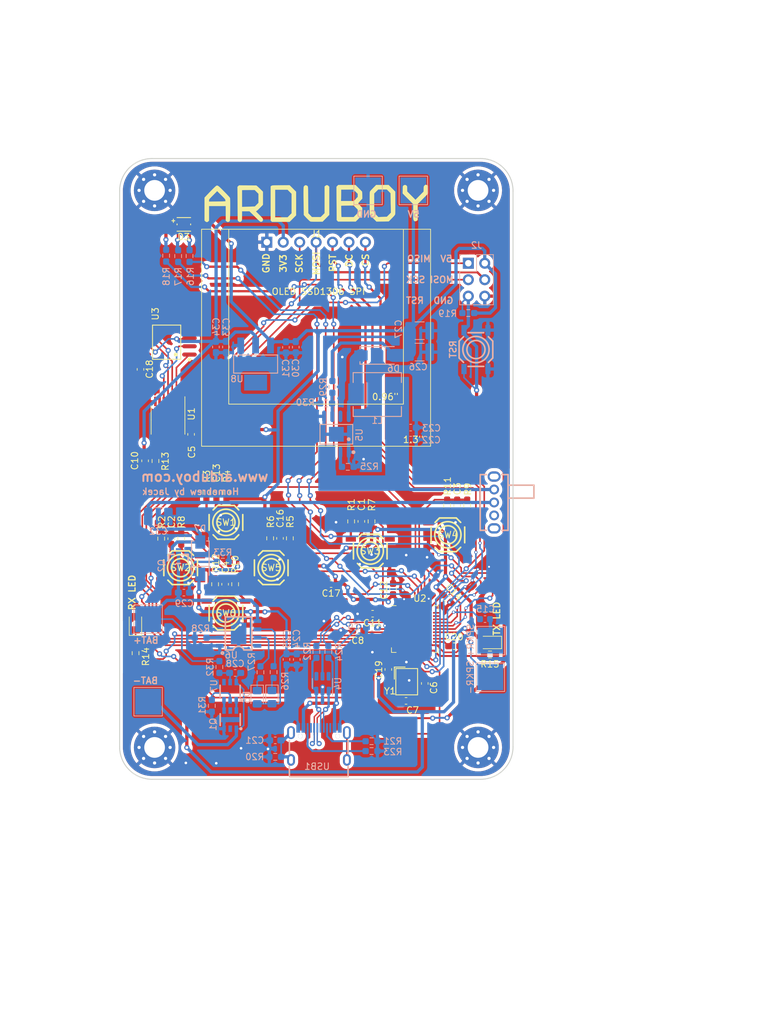
<source format=kicad_pcb>
(kicad_pcb (version 20211014) (generator pcbnew)
  (layers (0 "F.Cu" power) (31 "B.Cu" signal) (34 "B.Paste" user) (35 "F.Paste" user) (36 "B.SilkS" user "B.Silkscreen") (37 "F.SilkS" user "F.Silkscreen") (38 "B.Mask" user) (39 "F.Mask" user) (44 "Edge.Cuts" user))
  (net 0 "")
  (net 1 "+5V")
  (net 2 "BUTTON5")
  (net 3 "GND")
  (net 4 "BUTTON3")
  (net 5 "BUTTON6")
  (net 6 "BUTTON4")
  (net 7 "Net-(C6-Pad2)")
  (net 8 "Net-(C7-Pad2)")
  (net 9 "Net-(D3-Pad3)")
  (net 10 "5V_USB")
  (net 11 "Net-(C9-Pad1)")
  (net 12 "Net-(C15-Pad1)")
  (net 13 "Net-(C15-Pad2)")
  (net 14 "+3.3V")
  (net 15 "Net-(C21-Pad2)")
  (net 16 "BAT_OUT+")
  (net 17 "/power/D+")
  (net 18 "Net-(C28-Pad1)")
  (net 19 "Net-(C28-Pad2)")
  (net 20 "Net-(C29-Pad2)")
  (net 21 "Net-(C32-Pad1)")
  (net 22 "Net-(D1-Pad1)")
  (net 23 "Net-(D2-Pad1)")
  (net 24 "Net-(D3-Pad2)")
  (net 25 "Net-(D3-Pad1)")
  (net 26 "Net-(D4-Pad1)")
  (net 27 "Net-(D5-Pad1)")
  (net 28 "Net-(D6-Pad2)")
  (net 29 "EXT_SCK")
  (net 30 "EXT_MOSI")
  (net 31 "OLED_SPI_RESET")
  (net 32 "OLED_SPI_DC")
  (net 33 "OLED_SPI_CS")
  (net 34 "EXT_MISO")
  (net 35 "32u4_RST")
  (net 36 "BUTTON1")
  (net 38 "Net-(R3-Pad1)")
  (net 39 "Net-(Q1-Pad6)")
  (net 40 "Net-(R5-Pad1)")
  (net 42 "Net-(Q1-Pad4)")
  (net 43 "Net-(R1-Pad1)")
  (net 44 "Net-(R2-Pad1)")
  (net 45 "BUTTON2")
  (net 46 "Net-(R9-Pad1)")
  (net 47 "Net-(R10-Pad1)")
  (net 48 "Net-(R14-Pad1)")
  (net 49 "Net-(R15-Pad1)")
  (net 50 "Net-(R16-Pad1)")
  (net 51 "Net-(R17-Pad1)")
  (net 52 "Net-(R18-Pad1)")
  (net 53 "Net-(R21-Pad1)")
  (net 54 "/power/D-")
  (net 55 "USB_D+")
  (net 56 "Net-(R23-Pad2)")
  (net 57 "USB_D-")
  (net 58 "Net-(R25-Pad2)")
  (net 59 "Net-(R26-Pad2)")
  (net 60 "Net-(R27-Pad2)")
  (net 61 "Net-(R28-Pad1)")
  (net 62 "Net-(R29-Pad2)")
  (net 63 "Net-(R31-Pad2)")
  (net 65 "Net-(U1-Pad2)")
  (net 66 "Net-(U1-Pad3)")
  (net 67 "Net-(U1-Pad4)")
  (net 68 "Net-(U1-Pad5)")
  (net 71 "CS_FLASH")
  (net 79 "unconnected-(USB1-Pad13)")
  (net 86 "Net-(U2-Pad27)")
  (footprint "Capacitor_SMD:C_0603_1608Metric_Pad1.08x0.95mm_HandSolder" (layer "F.Cu") (at -14.097 17.8065 90)
    (fp_text reference "C4")
    (fp_text value "100nF")
  )
  (footprint "Resistor_SMD:R_0603_1608Metric_Pad0.98x0.95mm_HandSolder" (layer "F.Cu") (at 5.3848 8.1026 90)
    (fp_text reference "R1")
    (fp_text value "1k")
  )
  (footprint "Resistor_SMD:R_0603_1608Metric_Pad0.98x0.95mm_HandSolder" (layer "F.Cu") (at -4.0894 10.7188 90)
    (fp_text reference "R5")
    (fp_text value "1k")
  )
  (footprint "LCSC_Lib:SOIC-8_L5.3-W5.3-P1.27-LS8.0-BL" (layer "F.Cu") (at -23.14 -19.56 90)
    (fp_text reference "U3")
    (fp_text value "W25Q128JVSIQ")
  )
  (footprint "Resistor_SMD:R_0603_1608Metric_Pad0.98x0.95mm_HandSolder" (layer "F.Cu") (at -27.94 28.448 90)
    (fp_text reference "R14")
    (fp_text value "560")
  )
  (footprint "Resistor_SMD:R_0603_1608Metric_Pad0.98x0.95mm_HandSolder" (layer "F.Cu") (at -7.1374 10.7188 -90)
    (fp_text reference "R6")
    (fp_text value "10k")
  )
  (footprint "LCSC_Lib:SW-SMD_4P-L5.2-W5.2-P3.70-LS6.4" (layer "F.Cu") (at -6.97 15.255)
    (fp_text reference "SW5")
    (fp_text value "Button")
  )
  (footprint "MountingHole:MountingHole_3.2mm_M3_Pad_Via" (layer "F.Cu") (at 25 43)
    (fp_text reference "H2")
    (fp_text value "M3 Hole")
  )
  (footprint "Capacitor_SMD:C_0603_1608Metric_Pad1.08x0.95mm_HandSolder" (layer "F.Cu") (at 6.9596 8.1026 90)
    (fp_text reference "C1")
    (fp_text value "100nF")
  )
  (footprint "Capacitor_SMD:C_0603_1608Metric_Pad1.08x0.95mm_HandSolder" (layer "F.Cu") (at 21.775 5.6625 90)
    (fp_text reference "C3")
    (fp_text value "100nF")
  )
  (footprint "Capacitor_SMD:C_0603_1608Metric_Pad1.08x0.95mm_HandSolder" (layer "F.Cu") (at 11.86 18.55 90)
    (fp_text reference "C12")
    (fp_text value "100nF")
  )
  (footprint "Capacitor_SMD:C_0603_1608Metric_Pad1.08x0.95mm_HandSolder" (layer "F.Cu") (at 6.4875 24.99 180)
    (fp_text reference "C8")
    (fp_text value "100nF")
  )
  (footprint "Resistor_SMD:R_0603_1608Metric_Pad0.98x0.95mm_HandSolder" (layer "F.Cu") (at 26.8446 28.643)
    (fp_text reference "R15")
    (fp_text value "200")
  )
  (footprint "Resistor_SMD:R_0603_1608Metric_Pad0.98x0.95mm_HandSolder" (layer "F.Cu") (at -15.6464 17.8054 -90)
    (fp_text reference "R12")
    (fp_text value "10k")
  )
  (footprint "graphics:F.SilkS_g154" (layer "F.Cu") (at 3.078784 -2.095377)
    (fp_text reference "G***" hide)
    (fp_text value "LOGO" hide)
  )
  (footprint "Package_DFN_QFN:QFN-44-1EP_7x7mm_P0.5mm_EP5.2x5.2mm" (layer "F.Cu") (at 15.225 24.72)
    (fp_text reference "U2")
    (fp_text value "ATmega32U4-M")
  )
  (footprint "Resistor_SMD:R_0603_1608Metric_Pad0.98x0.95mm_HandSolder" (layer "F.Cu") (at -16.9926 3.7084 90)
    (fp_text reference "R3")
    (fp_text value "1k")
  )
  (footprint "Resistor_SMD:R_0603_1608Metric_Pad0.98x0.95mm_HandSolder" (layer "F.Cu") (at -23.9776 10.7677 90)
    (fp_text reference "R2")
    (fp_text value "1k")
  )
  (footprint "LED_SMD:LED_0805_2012Metric_Pad1.15x1.40mm_HandSolder" (layer "F.Cu") (at 26.7806 26.797 180)
    (fp_text reference "D2")
    (fp_text value "Tx LED")
  )
  (footprint "LCSC_Lib:SW-SMD_4P-L5.2-W5.2-P3.70-LS6.4" (layer "F.Cu") (at 8.335 12.675)
    (fp_text reference "SW3")
    (fp_text value "Button")
  )
  (footprint "Resistor_SMD:R_0603_1608Metric_Pad0.98x0.95mm_HandSolder" (layer "F.Cu") (at -24.8666 -1.2211 -90)
    (fp_text reference "R13")
    (fp_text value "47k")
  )
  (footprint "Capacitor_SMD:C_0603_1608Metric_Pad1.08x0.95mm_HandSolder" (layer "F.Cu") (at -15.4432 3.7095 90)
    (fp_text reference "C13")
    (fp_text value "100nF")
  )
  (footprint "Package_SO:TSSOP-14_4.4x5mm_P0.65mm" (layer "F.Cu") (at -22.925 -7.55 -90)
    (fp_text reference "U1")
    (fp_text value "TXB0104PW")
  )
  (footprint "Resistor_SMD:R_0603_1608Metric_Pad0.98x0.95mm_HandSolder" (layer "F.Cu") (at 23.325 5.6625 90)
    (fp_text reference "R9")
    (fp_text value "1k")
  )
  (footprint "Capacitor_SMD:C_0603_1608Metric_Pad1.08x0.95mm_HandSolder" (layer "F.Cu") (at -27.178 -15.367 -90)
    (fp_text reference "C18")
    (fp_text value "100nF")
  )
  (footprint "Capacitor_SMD:C_0603_1608Metric_Pad1.08x0.95mm_HandSolder" (layer "F.Cu") (at 11.13 30.96 -90)
    (fp_text reference "C19")
    (fp_text value "100nF")
  )
  (footprint "Capacitor_SMD:C_0603_1608Metric_Pad1.08x0.95mm_HandSolder" (layer "F.Cu") (at -5.6134 10.7218 90)
    (fp_text reference "C16")
    (fp_text value "100nF")
  )
  (footprint "LCSC_Lib:SW-SMD_4P-L5.2-W5.2-P3.70-LS6.4" (layer "F.Cu") (at -13.97 22.255)
    (fp_text reference "SW6")
    (fp_text value "Button")
  )
  (footprint "LCSC_Lib:SW-SMD_4P-L5.2-W5.2-P3.70-LS6.4" (layer "F.Cu") (at -13.97 8.255)
    (fp_text reference "SW1")
    (fp_text value "Button")
  )
  (footprint "Capacitor_SMD:C_0603_1608Metric_Pad1.08x0.95mm_HandSolder" (layer "F.Cu") (at 20.19988 19.99988 -45)
    (fp_text reference "C14")
    (fp_text value "100nF")
  )
  (footprint "LCSC_Lib:SW-SMD_4P-L5.2-W5.2-P3.70-LS6.4" (layer "F.Cu") (at 20.335 10.175)
    (fp_text reference "SW4")
    (fp_text value "Button")
  )
  (footprint "LCSC_Lib:SW-SMD_4P-L5.2-W5.2-P3.70-LS6.4" (layer "F.Cu") (at -20.97 15.255)
    (fp_text reference "SW2")
    (fp_text value "Button")
  )
  (footprint "Capacitor_SMD:C_0603_1608Metric_Pad1.08x0.95mm_HandSolder" (layer "F.Cu") (at 16.764 33.1205 -90)
    (fp_text reference "C6")
    (fp_text value "22pF")
  )
  (footprint "Capacitor_SMD:C_0603_1608Metric_Pad1.08x0.95mm_HandSolder" (layer "F.Cu") (at -19.3548 -5.3329 90)
    (fp_text reference "C5")
    (fp_text value "100nF")
  )
  (footprint "Capacitor_SMD:C_0603_1608Metric_Pad1.08x0.95mm_HandSolder" (layer "F.Cu") (at -22.4282 10.7696 90)
    (fp_text reference "C2")
    (fp_text value "100nF")
  )
  (footprint "LCSC_Lib:LED-ARRAY-SMD_4P-L2.1-W2.1-TL_NH-B2020RGBA" (layer "F.Cu") (at -20.476812 -37.74791 180)
    (fp_text reference "D3")
    (fp_text value "LED_RGBA")
  )
  (footprint "Capacitor_SMD:C_0603_1608Metric_Pad1.08x0.95mm_HandSolder" (layer "F.Cu") (at 8.7 22.36 180)
    (fp_text reference "C11")
    (fp_text value "100nF")
  )
  (footprint "Resistor_SMD:R_0603_1608Metric_Pad0.98x0.95mm_HandSolder" (layer "F.Cu") (at -13.8938 3.7084 -90)
    (fp_text reference "R4")
    (fp_text value "10k")
  )
  (footprint "Capacitor_SMD:C_0603_1608Metric_Pad1.08x0.95mm_HandSolder" (layer "F.Cu") (at 21.3075 27.37)
    (fp_text reference "C20")
    (fp_text value "100nF")
  )
  (footprint "MountingHole:MountingHole_3.2mm_M3_Pad_Via" (layer "F.Cu") (at -25 43)
    (fp_text reference "H1")
    (fp_text value "M3 Hole")
  )
  (footprint "MountingHole:MountingHole_3.2mm_M3_Pad_Via" (layer "F.Cu") (at -25 -43)
    (fp_text reference "H4")
    (fp_text value "M3 Hole")
  )
  (footprint "Capacitor_SMD:C_0603_1608Metric_Pad1.08x0.95mm_HandSolder" (layer "F.Cu") (at -26.4668 -1.2457 -90)
    (fp_text reference "C10")
    (fp_text value "100nF")
  )
  (footprint "Resistor_SMD:R_0603_1608Metric_Pad0.98x0.95mm_HandSolder" (layer "F.Cu") (at -12.5476 17.8035 90)
    (fp_text reference "R10")
    (fp_text value "1k")
  )
  (footprint "MountingHole:MountingHole_3.2mm_M3_Pad_Via" (layer "F.Cu") (at 25 -43)
    (fp_text reference "H3")
    (fp_text value "M3 Hole")
  )
  (footprint "Capacitor_SMD:C_0603_1608Metric_Pad1.08x0.95mm_HandSolder" (layer "F.Cu") (at 2.286 17.78 180)
    (fp_text reference "C17")
    (fp_text value "10µF")
  )
  (footprint "Resistor_SMD:R_0603_1608Metric_Pad0.98x0.95mm_HandSolder" (layer "F.Cu") (at 8.5344 8.1007 -90)
    (fp_text reference "R7")
    (fp_text value "10k")
  )
  (footprint "LCSC_Lib:CRYSTAL-SMD_4P-L3.2-W2.5-BL" (layer "F.Cu") (at 13.97 32.85 -90)
    (fp_text reference "Y1")
    (fp_text value "16MHz")
  )
  (footprint "LCSC_Lib:OLED_7_Pin" (layer "F.Cu") (at 0 -35)
    (fp_text reference "J1")
    (fp_text value "OLED SPI 7pin 2.54mm")
  )
  (footprint "Capacitor_SMD:C_0603_1608Metric_Pad1.08x0.95mm_HandSolder" (layer "F.Cu") (at 13.8695 35.814 180)
    (fp_text reference "C7")
    (fp_text value "22pF")
  )
  (footprint "LED_SMD:LED_0805_2012Metric_Pad1.15x1.40mm_HandSolder" (layer "F.Cu") (at -27.96 23.848 90)
    (fp_text reference "D1")
    (fp_text value "Rx LED")
  )
  (footprint "Resistor_SMD:R_0603_1608Metric_Pad0.98x0.95mm_HandSolder" (layer "F.Cu") (at -20.8788 10.7696 -90)
    (fp_text reference "R8")
    (fp_text value "10k")
  )
  (footprint "Resistor_SMD:R_0603_1608Metric_Pad0.98x0.95mm_HandSolder" (layer "F.Cu") (at 20.225 5.6625 -90)
    (fp_text reference "R11")
    (fp_text value "10k")
  )
  (footprint "LCSC_Lib:SOT-223_L6.5-W3.5-P2.30-LS7.0-BR" (layer "B.Cu") (at -9.384 -16.19 90)
    (fp_text reference "U8")
    (fp_text value "AMS1117-3.3")
  )
  (footprint "TestPoint:TestPoint_Pad_4.0x4.0mm" (layer "B.Cu") (at 26.9 32.16 90)
    (fp_text reference "J4")
    (fp_text value "SPKR-")
  )
  (footprint "Capacitor_SMD:C_0603_1608Metric" (layer "B.Cu") (at 26.075 23.19)
    (fp_text reference "C15")
    (fp_text value "4.7µF")
  )
  (footprint "Capacitor_SMD:C_0603_1608Metric_Pad1.08x0.95mm_HandSolder" (layer "B.Cu") (at -4.6125 29.4105 -90)
    (fp_text reference "C25")
    (fp_text value "10µF")
  )
  (footprint "Capacitor_SMD:C_0603_1608Metric_Pad1.08x0.95mm_HandSolder" (layer "B.Cu") (at -4.699 -18.7695 -90)
    (fp_text reference "C31")
    (fp_text value "100nF")
  )
  (footprint "Resistor_SMD:R_0603_1608Metric_Pad0.98x0.95mm_HandSolder" (layer "B.Cu") (at 1.516 -10.108 180)
    (fp_text reference "R30")
    (fp_text value "2.2k")
  )
  (footprint "LCSC_Lib:USB-C-SMD_TYPE-C-6PIN-2MD-073" (layer "B.Cu") (at 0.4075 42.545 180)
    (fp_text reference "USB1")
    (fp_text value "TYPE-C16PIN2MD(073)")
  )
  (footprint "LCSC_Lib:SOT-23-6_L2.9-W1.6-P0.95-LS2.8-BR" (layer "B.Cu") (at -13.3096 38.7096 -90)
    (fp_text reference "Q1")
    (fp_text value "FS8205A")
  )
  (footprint "Resistor_SMD:R_0603_1608Metric_Pad0.98x0.95mm_HandSolder" (layer "B.Cu") (at 8.5355 43.561 180)
    (fp_text reference "R23")
    (fp_text value "5.11k")
  )
  (footprint "Resistor_SMD:R_0603_1608Metric_Pad0.98x0.95mm_HandSolder" (layer "B.Cu") (at -8.636 31.3925 90)
    (fp_text reference "R27")
    (fp_text value "560")
  )
  (footprint "LCSC_Lib:IND-SMD_L7.3-W6.6" (layer "B.Cu") (at 9.426 -11.478)
    (fp_text reference "L1")
    (fp_text value "4.7µ")
  )
  (footprint "Resistor_SMD:R_0603_1608Metric_Pad0.98x0.95mm_HandSolder" (layer "B.Cu") (at 0.0075 28.248 90)
    (fp_text reference "R22")
    (fp_text value "22")
  )
  (footprint "Capacitor_SMD:C_0603_1608Metric_Pad1.08x0.95mm_HandSolder" (layer "B.Cu") (at 8.5975 24.48 180)
    (fp_text reference "C9")
    (fp_text value "1µF")
  )
  (footprint "Resistor_SMD:R_0603_1608Metric_Pad0.98x0.95mm_HandSolder" (layer "B.Cu") (at 4.8685 -0.318 180)
    (fp_text reference "R25")
    (fp_text value "47k")
  )
  (footprint "Capacitor_SMD:C_0603_1608Metric_Pad1.08x0.95mm_HandSolder" (layer "B.Cu") (at -20.4724 19.1008 180)
    (fp_text reference "C29")
    (fp_text value "10µF")
  )
  (footprint "Capacitor_SMD:C_0603_1608Metric_Pad1.08x0.95mm_HandSolder" (layer "B.Cu") (at -6.35 41.91)
    (fp_text reference "C21")
    (fp_text value "4.7pF")
  )
  (footprint "TestPoint:TestPoint_Pad_4.0x4.0mm" (layer "B.Cu") (at 15 -43 180)
    (fp_text reference "REF**")
    (fp_text value "5V")
  )
  (footprint "LCSC_Lib:SOT-23_L2.9-W1.3-P1.90-LS2.4-BR" (layer "B.Cu") (at -21.3106 13.897 -90)
    (fp_text reference "Q2")
    (fp_text value "AO3401A")
  )
  (footprint "LCSC_Lib:SW-TH_SK-12D07-X-X" (layer "B.Cu") (at 27.4828 5.1816 -90)
    (fp_text reference "SW8")
    (fp_text value "SLIDE_SWITCH")
  )
  (footprint "Capacitor_SMD:C_0603_1608Metric_Pad1.08x0.95mm_HandSolder" (layer "B.Cu") (at 14.586 -6.378)
    (fp_text reference "C23")
    (fp_text value "22µF")
  )
  (footprint "LED_SMD:LED_0805_2012Metric_Pad1.15x1.40mm_HandSolder" (layer "B.Cu") (at -6.858 35.2298 -90)
    (fp_text reference "D4")
    (fp_text value "Green")
  )
  (footprint "Resistor_SMD:R_0603_1608Metric_Pad0.98x0.95mm_HandSolder" (layer "B.Cu") (at 23.4925 -24.06)
    (fp_text reference "R19")
    (fp_text value "10k")
  )
  (footprint "Connector_PinSocket_2.54mm:PinSocket_2x03_P2.54mm_Vertical" (layer "B.Cu") (at 23.495 -31.75 180)
    (fp_text reference "J2")
    (fp_text value "Conn_02x03_Odd_Even")
  )
  (footprint "TestPoint:TestPoint_Pad_4.0x4.0mm" (layer "B.Cu") (at 26.91 26.51 90)
    (fp_text reference "J3")
    (fp_text value "SPKR+")
  )
  (footprint "Capacitor_SMD:C_0603_1608Metric_Pad1.08x0.95mm_HandSolder" (layer "B.Cu") (at -12.5487 31.4979 180)
    (fp_text reference "C28")
    (fp_text value "100nF")
  )
  (footprint "Resistor_SMD:R_0603_1608Metric_Pad0.98x0.95mm_HandSolder" (layer "B.Cu") (at 2.476 -12.6605 -90)
    (fp_text reference "R29")
    (fp_text value "16.5k")
  )
  (footprint "Resistor_SMD:R_0603_1608Metric_Pad0.98x0.95mm_HandSolder" (layer "B.Cu") (at -14.4526 14.3256 180)
    (fp_text reference "R33")
    (fp_text value "10k")
  )
  (footprint "Capacitor_SMD:C_0603_1608Metric_Pad1.08x0.95mm_HandSolder" (layer "B.Cu") (at -15.5194 -18.8203 -90)
    (fp_text reference "C34")
    (fp_text value "10µF")
  )
  (footprint "Capacitor_SMD:C_0603_1608Metric_Pad1.08x0.95mm_HandSolder" (layer "B.Cu") (at -3.0225 29.418 -90)
    (fp_text reference "C24")
    (fp_text value "100nF")
  )
  (footprint "TestPoint:TestPoint_Pad_4.0x4.0mm" (layer "B.Cu") (at 8 -43 180)
    (fp_text reference "REF**")
    (fp_text value "GND")
  )
  (footprint "Capacitor_SMD:C_0603_1608Metric_Pad1.08x0.95mm_HandSolder" (layer "B.Cu") (at 14.5785 -4.518)
    (fp_text reference "C22")
    (fp_text value "22µF")
  )
  (footprint "Capacitor_SMD:C_1210_3225Metric_Pad1.33x2.70mm_HandSolder" (layer "B.Cu") (at 15.9635 -21.336)
    (fp_text reference "C27")
    (fp_text value "47µF")
  )
  (footprint "Package_TO_SOT_SMD:SOT-23-6" (layer "B.Cu") (at 0.9525 33.1505 90)
    (fp_text reference "U4")
    (fp_text value "USBLC6-4SC6")
  )
  (footprint "Resistor_SMD:R_0603_1608Metric_Pad0.98x0.95mm_HandSolder" (layer "B.Cu") (at -14.986 30.5835 -90)
    (fp_text reference "R32")
    (fp_text value "100")
  )
  (footprint "Resistor_SMD:R_0603_1608Metric_Pad0.98x0.95mm_HandSolder" (layer "B.Cu") (at -21.3556 -32.8559 90)
    (fp_text reference "R17")
    (fp_text value "470")
  )
  (footprint "LCSC_Lib:SW-SMD_4P-L5.2-W5.2-P3.70-LS6.4" (layer "B.Cu") (at 24.675 -18.425 90)
    (fp_text reference "SW7")
    (fp_text value "RST")
  )
  (footprint "LED_SMD:LED_0805_2012Metric_Pad1.15x1.40mm_HandSolder" (layer "B.Cu") (at -9.144 35.2462 -90)
    (fp_text reference "D5")
    (fp_text value "Red")
  )
  (footprint "TestPoint:TestPoint_Pad_4.0x4.0mm" (layer "B.Cu") (at -26 35.941 180)
    (fp_text reference "J6")
    (fp_text value "BAT-")
  )
  (footprint "Resistor_SMD:R_0603_1608Metric_Pad0.98x0.95mm_HandSolder" (layer "B.Cu") (at -17.8816 26.0604 180)
    (fp_text reference "R28")
    (fp_text value "2.2k")
  )
  (footprint "Capacitor_SMD:C_0603_1608Metric_Pad1.08x0.95mm_HandSolder" (layer "B.Cu") (at -13.97 -18.8225 -90)
    (fp_text reference "C33")
    (fp_text value "100nF")
  )
  (footprint "LCSC_Lib:ESOP-8_L4.9-W3.9-P1.27-LS6.0-BL-EP" (layer "B.Cu") (at -12.0142 25.4 90)
    (fp_text reference "U6")
    (fp_text value "TP4056_Alt")
  )
  (footprint "Resistor_SMD:R_0603_1608Metric_Pad0.98x0.95mm_HandSolder" (layer "B.Cu") (at 8.5355 42.037)
    (fp_text reference "R21")
    (fp_text value "5.11k")
  )
  (footprint "LCSC_Lib:SMA_L4.4-W2.8-LS5.4-R-RD" (layer "B.Cu") (at 9.398 -17.526 180)
    (fp_text reference "D6")
    (fp_text value "SS54")
  )
  (footprint "Resistor_SMD:R_0603_1608Metric_Pad0.98x0.95mm_HandSolder" (layer "B.Cu") (at -6.35 44.45)
    (fp_text reference "R20")
    (fp_text value "1M")
  )
  (footprint "Capacitor_SMD:C_1210_3225Metric_Pad1.33x2.70mm_HandSolder" (layer "B.Cu") (at 15.9635 -18.034)
    (fp_text reference "C26")
    (fp_text value "47µF")
  )
  (footprint "LCSC_Lib:SMA_L4.4-W2.8-LS5.4-R-RD" (layer "B.Cu") (at -17.9324 13.7776 90)
    (fp_text reference "D7")
    (fp_text value "SS54")
  )
  (footprint "Resistor_SMD:R_0603_1608Metric_Pad0.98x0.95mm_HandSolder" (layer "B.Cu") (at -6.604 31.369 90)
    (fp_text reference "R26")
    (fp_text value "200")
  )
  (footprint "Resistor_SMD:R_0603_1608Metric_Pad0.98x0.95mm_HandSolder" (layer "B.Cu") (at -16.1544 36.5741 90)
    (fp_text reference "R31")
    (fp_text value "1k")
  )
  (footprint "Resistor_SMD:R_0603_1608Metric_Pad0.98x0.95mm_HandSolder" (layer "B.Cu") (at -23.2156 -32.9184 90)
    (fp_text reference "R18")
    (fp_text value "442")
  )
  (footprint "Resistor_SMD:R_0603_1608Metric_Pad0.98x0.95mm_HandSolder" (layer "B.Cu") (at 1.8575 28.248 90)
    (fp_text reference "R24")
    (fp_text value "22")
  )
  (footprint "Resistor_SMD:R_0603_1608Metric_Pad0.98x0.95mm_HandSolder" (layer "B.Cu") (at -19.5956 -32.8684 90)
    (fp_text reference "R16")
    (fp_text value "560")
  )
  (footprint "TestPoint:TestPoint_Pad_4.0x4.0mm" (layer "B.Cu") (at -26 23.1902 180)
    (fp_text reference "J5")
    (fp_text value "BAT+")
  )
  (footprint "LCSC_Lib:SOT-23-6_L2.9-W1.6-P0.95-LS2.8-BR" (layer "B.Cu") (at -13.3248 34.3124 -90)
    (fp_text reference "U7")
    (fp_text value "FS312F-G")
  )
  (footprint "LCSC_Lib:SOP-8_L4.9-W3.9-P1.27-LS6.0-BL-EP" (layer "B.Cu") (at 3.096 -5.348 180)
    (fp_text reference "U5")
    (fp_text value "FP6298XR-G1")
  )
  (footprint "Capacitor_SMD:C_1210_3225Metric_Pad1.33x2.70mm_HandSolder" (layer "B.Cu") (at -24.4225 7.3406)
    (fp_text reference "C32")
    (fp_text value "47µF")
  )
  (footprint "Capacitor_SMD:C_0603_1608Metric_Pad1.08x0.95mm_HandSolder" (layer "B.Cu") (at -3.175 -18.796 -90)
    (fp_text reference "C30")
    (fp_text value "10µF")
  )
  (gr_line (start -29.272242 -46.083356) (end -29.11107 -46.270439) (layer "Edge.Cuts") (width 0.152292))
  (gr_line (start 27.317978 47.53397) (end 27.090429 47.621786) (layer "Edge.Cuts") (width 0.152292))
  (gr_line (start 26.384569 47.817609) (end 26.142912 47.859775) (layer "Edge.Cuts") (width 0.152292))
  (gr_line (start 29.423447 -45.889263) (end 29.564509 -45.68857) (layer "Edge.Cuts") (width 0.152292))
  (gr_line (start -25.652499 47.908425) (end -25.898752 47.890103) (layer "Edge.Cuts") (width 0.152292))
  (gr_line (start -29.11107 -46.270439) (end -28.940098 -46.450101) (layer "Edge.Cuts") (width 0.152292))
  (gr_line (start -29.423443 -45.889263) (end -29.272242 -46.083356) (layer "Edge.Cuts") (width 0.152292))
  (gr_line (start 28.379263 -46.933447) (end 28.573357 -46.782245) (layer "Edge.Cuts") (width 0.152292))
  (gr_line (start 30.188437 44.368745) (end 30.111778 44.600437) (layer "Edge.Cuts") (width 0.152292))
  (gr_line (start -26.623316 -47.763773) (end -26.38457 -47.817606) (layer "Edge.Cuts") (width 0.152292))
  (gr_line (start 25.898752 47.890103) (end 25.652499 47.908425) (layer "Edge.Cuts") (width 0.152292))
  (gr_line (start 30.111781 -44.600435) (end 30.18844 -44.368743) (layer "Edge.Cuts") (width 0.152292))
  (gr_line (start -26.858739 47.698445) (end -27.090431 47.621786) (layer "Edge.Cuts") (width 0.152292))
  (gr_line (start -27.31798 47.53397) (end -27.540979 47.435164) (layer "Edge.Cuts") (width 0.152292))
  (gr_line (start -29.695258 45.481689) (end -29.815532 45.269023) (layer "Edge.Cuts") (width 0.152292))
  (gr_line (start 29.272245 -46.083356) (end 29.423447 -45.889263) (layer "Edge.Cuts") (width 0.152292))
  (gr_line (start 29.925159 -45.050983) (end 30.023964 -44.827984) (layer "Edge.Cuts") (width 0.152292))
  (gr_line (start 30.349768 43.652918) (end 30.307602 43.894576) (layer "Edge.Cuts") (width 0.152292))
  (gr_line (start 29.564509 -45.68857) (end 29.695261 -45.481685) (layer "Edge.Cuts") (width 0.152292))
  (gr_line (start -28.760435 46.621079) (end -28.940098 46.450107) (layer "Edge.Cuts") (width 0.152292))
  (gr_line (start 26.38457 -47.817606) (end 26.623316 -47.763773) (layer "Edge.Cuts") (width 0.152292))
  (gr_line (start -27.090431 47.621786) (end -27.31798 47.53397) (layer "Edge.Cuts") (width 0.152292))
  (gr_line (start -30.111779 -44.600434) (end -30.023962 -44.827984) (layer "Edge.Cuts") (width 0.152292))
  (gr_line (start -29.695258 -45.481685) (end -29.564506 -45.688569) (layer "Edge.Cuts") (width 0.152292))
  (gr_line (start -30.307603 -43.894574) (end -30.253769 -44.133319) (layer "Edge.Cuts") (width 0.152292))
  (gr_line (start 30.25377 -44.13332) (end 30.307603 -43.894574) (layer "Edge.Cuts") (width 0.152292))
  (gr_line (start -27.540979 -47.435159) (end -27.31798 -47.533965) (layer "Edge.Cuts") (width 0.152292))
  (gr_line (start 29.815529 45.269023) (end 29.695256 45.481689) (layer "Edge.Cuts") (width 0.152292))
  (gr_line (start -29.815532 -45.269019) (end -29.695258 -45.481685) (layer "Edge.Cuts") (width 0.152292))
  (gr_line (start 25.404564 47.914569) (end 25.404564 47.914569) (layer "Edge.Cuts") (width 0.152292))
  (gr_line (start 29.111066 46.270445) (end 28.940094 46.450107) (layer "Edge.Cuts") (width 0.152292))
  (gr_line (start -27.090431 -47.621782) (end -26.858739 -47.698442) (layer "Edge.Cuts") (width 0.152292))
  (gr_line (start -28.37926 46.933453) (end -28.573353 46.782251) (layer "Edge.Cuts") (width 0.152292))
  (gr_line (start 29.815535 -45.269019) (end 29.925159 -45.050983) (layer "Edge.Cuts") (width 0.152292))
  (gr_line (start 27.540976 47.435164) (end 27.317978 47.53397) (layer "Edge.Cuts") (width 0.152292))
  (gr_line (start 27.971684 -47.205261) (end 28.178569 -47.074509) (layer "Edge.Cuts") (width 0.152292))
  (gr_line (start -27.31798 -47.533965) (end -27.090431 -47.621782) (layer "Edge.Cuts") (width 0.152292))
  (gr_line (start 30.349769 -43.652916) (end 30.380098 -43.408756) (layer "Edge.Cuts") (width 0.152292))
  (gr_line (start -30.349769 -43.652916) (end -30.307603 -43.894574) (layer "Edge.Cuts") (width 0.152292))
  (gr_line (start 30.111778 44.600437) (end 30.02396 44.827987) (layer "Edge.Cuts") (width 0.152292))
  (gr_line (start -28.940098 46.450107) (end -29.11107 46.270445) (layer "Edge.Cuts") (width 0.152292))
  (gr_line (start 25.404564 -47.914568) (end 25.652499 -47.908423) (layer "Edge.Cuts") (width 0.152292))
  (gr_line (start 30.253769 44.133321) (end 30.188437 44.368745) (layer "Edge.Cuts") (width 0.152292))
  (gr_line (start 28.178563 47.074514) (end 27.971678 47.205267) (layer "Edge.Cuts") (width 0.152292))
  (gr_line (start -25.652499 -47.908422) (end -25.404564 -47.914567) (layer "Edge.Cuts") (width 0.152292))
  (gr_line (start -28.940098 46.450107) (end -28.940098 46.450107) (layer "Edge.Cuts") (width 0.152292))
  (gr_line (start 30.404564 42.914569) (end 30.398419 43.162505) (layer "Edge.Cuts") (width 0.152292))
  (gr_line (start 30.023964 -44.827984) (end 30.111781 -44.600435) (layer "Edge.Cuts") (width 0.152292))
  (gr_line (start -30.023962 -44.827984) (end -29.925156 -45.050982) (layer "Edge.Cuts") (width 0.152292))
  (gr_line (start -30.404564 42.914569) (end -30.404564 -42.914567) (layer "Edge.Cuts") (width 0.152292))
  (gr_line (start -27.759015 -47.325535) (end -27.540979 -47.435159) (layer "Edge.Cuts") (width 0.152292))
  (gr_line (start 30.398419 43.162505) (end 30.380097 43.408758) (layer "Edge.Cuts") (width 0.152292))
  (gr_line (start 27.317982 -47.533965) (end 27.540981 -47.435159) (layer "Edge.Cuts") (width 0.152292))
  (gr_line (start -30.188438 44.368745) (end -30.253769 44.133321) (layer "Edge.Cuts") (width 0.152292))
  (gr_line (start 27.540981 -47.435159) (end 27.759018 -47.325535) (layer "Edge.Cuts") (width 0.152292))
  (gr_line (start 26.623316 -47.763773) (end 26.85874 -47.698442) (layer "Edge.Cuts") (width 0.152292))
  (gr_line (start 28.379256 46.933453) (end 28.178563 47.074514) (layer "Edge.Cuts") (width 0.152292))
  (gr_line (start 28.760439 -46.621073) (end 28.940102 -46.450101) (layer "Edge.Cuts") (width 0.152292))
  (gr_line (start 25.404564 47.914569) (end -25.404564 47.914569) (layer "Edge.Cuts") (width 0.152292))
  (gr_line (start -29.925156 45.050986) (end -30.023962 44.827987) (layer "Edge.Cuts") (width 0.152292))
  (gr_line (start -30.398419 43.162505) (end -30.404564 42.914569) (layer "Edge.Cuts") (width 0.152292))
  (gr_line (start -25.898752 -47.890101) (end -25.652499 -47.908422) (layer "Edge.Cuts") (width 0.152292))
  (gr_line (start 30.404564 -42.914567) (end 30.404564 -42.914567) (layer "Edge.Cuts") (width 0.152292))
  (gr_line (start -29.11107 46.270445) (end -29.272242 46.083362) (layer "Edge.Cuts") (width 0.152292))
  (gr_line (start -27.540979 47.435164) (end -27.759015 47.32554) (layer "Edge.Cuts") (width 0.152292))
  (gr_line (start 28.940102 -46.450101) (end 28.940102 -46.450101) (layer "Edge.Cuts") (width 0.152292))
  (gr_line (start 28.760432 46.621079) (end 28.573349 46.782251) (layer "Edge.Cuts") (width 0.152292))
  (gr_line (start -28.940098 -46.450101) (end -28.760435 -46.621073) (layer "Edge.Cuts") (width 0.152292))
  (gr_line (start 29.695261 -45.481685) (end 29.815535 -45.269019) (layer "Edge.Cuts") (width 0.152292))
  (gr_line (start -28.760435 -46.621073) (end -28.573353 -46.782245) (layer "Edge.Cuts") (width 0.152292))
  (gr_line (start 29.42344 45.889269) (end 29.272238 46.083362) (layer "Edge.Cuts") (width 0.152292))
  (gr_line (start 27.759013 47.32554) (end 27.540976 47.435164) (layer "Edge.Cuts") (width 0.152292))
  (gr_line (start 30.02396 44.827987) (end 29.925154 45.050986) (layer "Edge.Cuts") (width 0.152292))
  (gr_line (start 28.178569 -47.074509) (end 28.379263 -46.933447) (layer "Edge.Cuts") (width 0.152292))
  (gr_line (start -25.404564 -47.914567) (end -25.404564 -47.914567) (layer "Edge.Cuts") (width 0.152292))
  (gr_line (start -26.623316 47.763776) (end -26.858739 47.698445) (layer "Edge.Cuts") (width 0.152292))
  (gr_line (start -29.925156 -45.050982) (end -29.815532 -45.269019) (layer "Edge.Cuts") (width 0.152292))
  (gr_line (start 27.090429 47.621786) (end 26.858737 47.698445) (layer "Edge.Cuts") (width 0.152292))
  (gr_line (start -30.349769 43.652918) (end -30.380097 43.408758) (layer "Edge.Cuts") (width 0.152292))
  (gr_line (start -28.573353 46.782251) (end -28.760435 46.621079) (layer "Edge.Cuts") (width 0.152292))
  (gr_line (start 29.695256 45.481689) (end 29.564503 45.688574) (layer "Edge.Cuts") (width 0.152292))
  (gr_line (start -26.38457 47.817609) (end -26.623316 47.763776) (layer "Edge.Cuts") (width 0.152292))
  (gr_line (start -28.940098 -46.450101) (end -28.940098 -46.450101) (layer "Edge.Cuts") (width 0.152292))
  (gr_line (start 26.623314 47.763776) (end 26.384569 47.817609) (layer "Edge.Cuts") (width 0.152292))
  (gr_line (start 30.404564 42.914569) (end 30.404564 42.914569) (layer "Edge.Cuts") (width 0.152292))
  (gr_line (start -26.858739 -47.698442) (end -26.623316 -47.763773) (layer "Edge.Cuts") (width 0.152292))
  (gr_line (start -30.404564 42.914569) (end -30.404564 42.914569) (layer "Edge.Cuts") (width 0.152292))
  (gr_line (start 27.971678 47.205267) (end 27.759013 47.32554) (layer "Edge.Cuts") (width 0.152292))
  (gr_line (start -26.142912 -47.859772) (end -25.898752 -47.890101) (layer "Edge.Cuts") (width 0.152292))
  (gr_line (start -30.380097 -43.408756) (end -30.349769 -43.652916) (layer "Edge.Cuts") (width 0.152292))
  (gr_line (start -25.404564 47.914569) (end -25.404564 47.914569) (layer "Edge.Cuts") (width 0.152292))
  (gr_line (start 29.925154 45.050986) (end 29.815529 45.269023) (layer "Edge.Cuts") (width 0.152292))
  (gr_line (start -28.178566 -47.074509) (end -27.971681 -47.205261) (layer "Edge.Cuts") (width 0.152292))
  (gr_line (start 28.573357 -46.782245) (end 28.760439 -46.621073) (layer "Edge.Cuts") (width 0.152292))
  (gr_line (start -30.404564 -42.914567) (end -30.404564 -42.914567) (layer "Edge.Cuts") (width 0.152292))
  (gr_line (start 30.307602 43.894576) (end 30.253769 44.133321) (layer "Edge.Cuts") (width 0.152292))
  (gr_line (start 25.652499 47.908425) (end 25.404564 47.914569) (layer "Edge.Cuts") (width 0.152292))
  (gr_line (start -29.815532 45.269023) (end -29.925156 45.050986) (layer "Edge.Cuts") (width 0.152292))
  (gr_line (start -29.423443 45.889269) (end -29.564506 45.688574) (layer "Edge.Cuts") (width 0.152292))
  (gr_line (start 25.898752 -47.890101) (end 26.142912 -47.859772) (layer "Edge.Cuts") (width 0.152292))
  (gr_line (start 30.398419 -43.162503) (end 30.404564 -42.914567) (layer "Edge.Cuts") (width 0.152292))
  (gr_line (start 29.564503 45.688574) (end 29.42344 45.889269) (layer "Edge.Cuts") (width 0.152292))
  (gr_line (start 29.272238 46.083362) (end 29.111066 46.270445) (layer "Edge.Cuts") (width 0.152292))
  (gr_line (start 26.858737 47.698445) (end 26.623314 47.763776) (layer "Edge.Cuts") (width 0.152292))
  (gr_line (start 26.142912 -47.859772) (end 26.38457 -47.817606) (layer "Edge.Cuts") (width 0.152292))
  (gr_line (start -30.253769 -44.133319) (end -30.188438 -44.368743) (layer "Edge.Cuts") (width 0.152292))
  (gr_line (start 28.940102 -46.450101) (end 29.111074 -46.270439) (layer "Edge.Cuts") (width 0.152292))
  (gr_line (start -27.971681 47.205267) (end -28.178566 47.074514) (layer "Edge.Cuts") (width 0.152292))
  (gr_line (start 30.380098 -43.408756) (end 30.398419 -43.162503) (layer "Edge.Cuts") (width 0.152292))
  (gr_line (start -30.111779 44.600437) (end -30.188438 44.368745) (layer "Edge.Cuts") (width 0.152292))
  (gr_line (start 25.652499 -47.908423) (end 25.898752 -47.890101) (layer "Edge.Cuts") (width 0.152292))
  (gr_line (start 30.307603 -43.894574) (end 30.349769 -43.652916) (layer "Edge.Cuts") (width 0.152292))
  (gr_line (start 26.142912 47.859775) (end 25.898752 47.890103) (layer "Edge.Cuts") (width 0.152292))
  (gr_line (start -30.404564 -42.914567) (end -30.398419 -43.162503) (layer "Edge.Cuts") (width 0.152292))
  (gr_line (start -27.971681 -47.205261) (end -27.759015 -47.325535) (layer "Edge.Cuts") (width 0.152292))
  (gr_line (start -26.38457 -47.817606) (end -26.142912 -47.859772) (layer "Edge.Cuts") (width 0.152292))
  (gr_line (start -26.142912 47.859775) (end -26.38457 47.817609) (layer "Edge.Cuts") (width 0.152292))
  (gr_line (start -28.37926 -46.933447) (end -28.178566 -47.074509) (layer "Edge.Cuts") (width 0.152292))
  (gr_line (start -30.398419 -43.162503) (end -30.380097 -43.408756) (layer "Edge.Cuts") (width 0.152292))
  (gr_line (start 30.404564 -42.914567) (end 30.404564 42.914569) (layer "Edge.Cuts") (width 0.152292))
  (gr_line (start -28.573353 -46.782245) (end -28.37926 -46.933447) (layer "Edge.Cuts") (width 0.152292))
  (gr_line (start 27.759018 -47.325535) (end 27.971684 -47.205261) (layer "Edge.Cuts") (width 0.152292))
  (gr_line (start 26.85874 -47.698442) (end 27.090432 -47.621782) (layer "Edge.Cuts") (width 0.152292))
  (gr_line (start -25.898752 47.890103) (end -26.142912 47.859775) (layer "Edge.Cuts") (width 0.152292))
  (gr_line (start -30.253769 44.133321) (end -30.307603 43.894576) (layer "Edge.Cuts") (width 0.152292))
  (gr_line (start 28.940094 46.450107) (end 28.940094 46.450107) (layer "Edge.Cuts") (width 0.152292))
  (gr_line (start 28.573349 46.782251) (end 28.379256 46.933453) (layer "Edge.Cuts") (width 0.152292))
  (gr_line (start -25.404564 47.914569) (end -25.652499 47.908425) (layer "Edge.Cuts") (width 0.152292))
  (gr_line (start -28.178566 47.074514) (end -28.37926 46.933453) (layer "Edge.Cuts") (width 0.152292))
  (gr_line (start -29.564506 45.688574) (end -29.695258 45.481689) (layer "Edge.Cuts") (width 0.152292))
  (gr_line (start 30.380097 43.408758) (end 30.349768 43.652918) (layer "Edge.Cuts") (width 0.152292))
  (gr_line (start -30.307603 43.894576) (end -30.349769 43.652918) (layer "Edge.Cuts") (width 0.152292))
  (gr_line (start -30.188438 -44.368743) (end -30.111779 -44.600434) (layer "Edge.Cuts") (width 0.152292))
  (gr_line (start -25.404564 -47.914567) (end -25.404562 -47.914568) (layer "Edge.Cuts") (width 0.152292))
  (gr_line (start -29.272242 46.083362) (end -29.423443 45.889269) (layer "Edge.Cuts") (width 0.152292))
  (gr_line (start 25.404564 -47.914568) (end 25.404564 -47.914568) (layer "Edge.Cuts") (width 0.152292))
  (gr_line (start -25.404562 -47.914568) (end 25.404564 -47.914568) (layer "Edge.Cuts") (width 0.152292))
  (gr_line (start -27.759015 47.32554) (end -27.971681 47.205267) (layer "Edge.Cuts") (width 0.152292))
  (gr_line (start 30.18844 -44.368743) (end 30.25377 -44.13332) (layer "Edge.Cuts") (width 0.152292))
  (gr_line (start 28.940094 46.450107) (end 28.760432 46.621079) (layer "Edge.Cuts") (width 0.152292))
  (gr_line (start -30.380097 43.408758) (end -30.398419 43.162505) (layer "Edge.Cuts") (width 0.152292))
  (gr_line (start 29.111074 -46.270439) (end 29.272245 -46.083356) (layer "Edge.Cuts") (width 0.152292))
  (gr_line (start 27.090432 -47.621782) (end 27.317982 -47.533965) (layer "Edge.Cuts") (width 0.152292))
  (gr_line (start -30.023962 44.827987) (end -30.111779 44.600437) (layer "Edge.Cuts") (width 0.152292))
  (gr_line (start -29.564506 -45.688569) (end -29.423443 -45.889263) (layer "Edge.Cuts") (width 0.152292))
  (gr_text "RST" (at 21.1328 -18.4658 90) (layer "B.SilkS") (effects (font (size 1 1) (thickness 0.2)) (justify mirror)))
  (gr_text "www.arduboy.com" (at -17.272 1.1938) (layer "B.SilkS") (effects (font (size 1.5 1.5) (thickness 0.3)) (justify mirror)))
  (gr_text "Homebrew by Jacek" (at -19.431 3.5052) (layer "B.SilkS") (effects (font (size 1 1) (thickness 0.2)) (justify mirror)))
  (gr_text "GND" (at 7.747 -39.3192) (layer "B.SilkS") (effects (font (size 1 1) (thickness 0.2)) (justify mirror)))
  (gr_text "5V" (at 15.0368 -39.3192) (layer "B.SilkS") (effects (font (size 1 1) (thickness 0.2)) (justify mirror)))
  (gr_text "BAT-" (at -26.416 32.6898) (layer "B.SilkS") (effects (font (size 1 1) (thickness 0.2)) (justify mirror)))
  (gr_text "BAT+" (at -26.3398 26.4668) (layer "B.SilkS") (effects (font (size 1 1) (thickness 0.2)) (justify mirror)))
  (gr_text "5V  MISO\n\nMOSI SCK\n\nGND  RST" (at 17.526 -29.21) (layer "B.SilkS") (effects (font (size 1 1) (thickness 0.2)) (justify mirror)))
  (gr_text "MOSI" (at 0.0254 -31.7246 90) (layer "F.SilkS") (effects (font (size 1 1) (thickness 0.2))))
  (gr_text "3V3" (at -5.1054 -31.7246 90) (layer "F.SilkS") (effects (font (size 1 1) (thickness 0.2))))
  (gr_text "DC" (at 5.08 -32.1818 90) (layer "F.SilkS") (effects (font (size 1 1) (thickness 0.2))))
  (gr_text "GND" (at -7.747 -31.75 90) (layer "F.SilkS") (effects (font (size 1 1) (thickness 0.2))))
  (gr_text "RST" (at 2.54 -31.7754 90) (layer "F.SilkS") (effects (font (size 1 1) (thickness 0.2))))
  (gr_text "SCK" (at -2.6416 -31.7246 90) (layer "F.SilkS") (effects (font (size 1 1) (thickness 0.2))))
  (gr_text "RX LED" (at -28.4734 19.0754 90) (layer "F.SilkS") (effects (font (size 1 1) (thickness 0.2))))
  (gr_text "TX LED" (at 27.8892 23.114 90) (layer "F.SilkS") (effects (font (size 1 1) (thickness 0.2))))
  (gr_text "CS" (at 7.62 -32.2326 90) (layer "F.SilkS") (effects (font (size 1 1) (thickness 0.2))))
  (segment (start -20.0152 35.4838) (end -24.0792 31.4198) (width 0.5) (layer "F.Cu") (net 1))
  (segment (start -7.9502 5.1816) (end -7.9502 5.9944) (width 0.5) (layer "F.Cu") (net 1))
  (segment (start 18.9992 9.144) (end 18.9992 7.8008) (width 0.5) (layer "F.Cu") (net 1))
  (segment (start -13.5128 10.668) (end -13.5128 8.9916) (width 0.5) (layer "F.Cu") (net 1))
  (segment (start -10.033 8.0772) (end -13.0556 8.0772) (width 0.5) (layer "F.Cu") (net 1))
  (segment (start -7.9502 5.0762) (end -8.4055 4.6209) (width 0.5) (layer "F.Cu") (net 1))
  (segment (start -8.7884 9.3218) (end -8.7884 11.176) (width 0.5) (layer "F.Cu") (net 1))
  (segment (start -16.68251 -38.29791) (end -19.626812 -38.29791) (width 0.5) (layer "F.Cu") (net 1))
  (segment (start -16.6878 15.9258) (end -16.6878 15.5956) (width 0.25) (layer "F.Cu") (net 1))
  (segment (start 12.725 21.3825) (end 12.725 20.2775) (width 0.25) (layer "F.Cu") (net 1))
  (segment (start -7.7724 -6.0706) (end -19.23 -6.0706) (width 0.5) (layer "F.Cu") (net 1))
  (segment (start 19.795 26.72) (end 20.445 27.37) (width 0.25) (layer "F.Cu") (net 1))
  (segment (start -13.5128 8.9916) (end -13.5128 8.0772) (width 0.5) (layer "F.Cu") (net 1))
  (segment (start 10.66 22.72) (end 11.8875 22.72) (width 0.25) (layer "F.Cu") (net 1))
  (segment (start 9.6266 31.6009) (end 11.13 30.0975) (width 0.5) (layer "F.Cu") (net 1))
  (segment (start 7.3447 20.1422) (end 9.5625 22.36) (width 0.5) (layer "F.Cu") (net 1))
  (segment (start -29.591 24.454) (end -27.96 22.823) (width 0.5) (layer "F.Cu") (net 1))
  (segment (start 12.725 20.2775) (end 11.86 19.4125) (width 0.25) (layer "F.Cu") (net 1))
  (segment (start -7.9502 5.1816) (end -7.9502 5.0762) (width 0.5) (layer "F.Cu") (net 1))
  (segment (start -17.1704 15.5702) (end -16.6624 15.5702) (width 0.5) (layer "F.Cu") (net 1))
  (segment (start -7.9502 4.3434) (end -7.9502 5.1816) (width 0.5) (layer "F.Cu") (net 1))
  (segment (start -7.9502 5.9944) (end -9.6139 7.6581) (width 0.5) (layer "F.Cu") (net 1))
  (segment (start -12.1666 12.0142) (end -13.5128 10.668) (width 0.5) (layer "F.Cu") (net 1))
  (segment (start -14.0462 8.0772) (end -18.2372 8.0772) (width 0.5) (layer "F.Cu") (net 1))
  (segment (start -15.9531 18.7179) (end -16.6878 17.9832) (width 0.25) (layer "F.Cu") (net 1))
  (segment (start -10.033 8.0772) (end -9.6139 8.4963) (width 0.5) (layer "F.Cu") (net 1))
  (segment (start -13.5128 8.6106) (end -14.0462 8.0772) (width 0.5) (layer "F.Cu") (net 1))
  (segment (start 8.5344 9.0132) (end 9.1656 9.0132) (width 0.5) (layer "F.Cu") (net 1))
  (segment (start -20.0152 43.0276) (end -20.0152 35.4838) (width 0.5) (layer "F.Cu") (net 1))
  (segment (start -9.6139 8.4963) (end -9.6139 7.6581) (width 0.5) (layer "F.Cu") (net 1))
  (segment (start -15.6464 18.7179) (end -15.9531 18.7179) (width 0.25) (layer "F.Cu") (net 1))
  (segment (start 19.9644 10.1092) (end 19.9644 16.6116) (width 0.5) (layer "F.Cu") (net 1))
  (segment (start 9.6266 32.2834) (end 9.6266 31.6009) (width 0.5) (layer "F.Cu") (net 1))
  (segment (start -17.0434 15.5702) (end -17.1704 15.5702) (width 0.25) (layer "F.Cu") (net 1))
  (segment (start 18.5166 18.2372) (end 18.5166 18.3166) (width 0.5) (layer "F.Cu") (net 1))
  (segment (start 9.1656 9.0132) (end 9.4996 9.3472) (width 0.5) (layer "F.Cu") (net 1))
  (segment (start -6.2484 14.986) (end 1.143 14.986) (width 0.5) (layer "F.Cu") (net 1))
  (segment (start -9.6139 8.4963) (end -8.7884 9.3218) (width 0.5) (layer "F.Cu") (net 1))
  (segment (start -28.7274 31.4198) (end -29.591 30.5562) (width 0.5) (layer "F.Cu") (net 1))
  (segment (start 17.725 21.255) (end 19.59 19.39) (width 0.25) (layer "F.Cu") (net 1))
  (segment (start 5.7404 20.1422) (end 7.3447 20.1422) (width 0.5) (layer "F.Cu") (net 1))
  (segment (start -13.1572 -34.7726) (end -16.68251 -38.29791) (width 0.5) (layer "F.Cu") (net 1))
  (segment (start -13.5128 8.6106) (end -13.5128 8.5344) (width 0.5) (layer "F.Cu") (net 1))
  (segment (start -16.3576 15.5956) (end -16.3576 15.5702) (width 0.25) (layer "F.Cu") (net 1))
  (segment (start 21.209 26.606) (end 20.445 27.37) (width 0.5) (layer "F.Cu") (net 1))
  (segment (start 18.9992 7.8008) (end 20.225 6.575) (width 0.5) (layer "F.Cu") (net 1))
  (segment (start -20.8788 11.6821) (end -20.8788 12.4402) (width 0.5) (layer "F.Cu") (net 1))
  (segment (start 21.209 26.0604) (end 21.209 26.606) (width 0.5) (layer "F.Cu") (net 1))
  (segment (start 8.5344 11.3284) (end 8.5344 9.0132) (width 0.5) (layer "F.Cu") (net 1))
  (segment (start 18.5166 18.3166) (end 19.59 19.39) (width 0.5) (layer "F.Cu") (net 1))
  (segment (start -16.6878 15.9258) (end -17.0434 15.5702) (width 0.25) (layer "F.Cu") (net 1))
  (segment (start 17.725 21.3825) (end 17.725 21.255) (width 0.25) (layer "F.Cu") (net 1))
  (segment (start 3.1485 17.78) (end 4.318 17.78) (width 0.5) (layer "F.Cu") (net 1))
  (segment (start -7.1374 14.097) (end -6.2484 14.986) (width 0.5) (layer "F.Cu") (net 1))
  (segment (start 23.9268 20.574) (end 23.9268 24.9682) (width 0.5) (layer "F.Cu") (net 1))
  (segment (start -13.0556 8.0772) (end -13.5128 8.0772) (width 0.5) (layer "F.Cu") (net 1))
  (segment (start 2.9464 16.5862) (end 2.9464 17.5779) (width 0.5) (layer "F.Cu") (net 1))
  (segment (start -24.0792 31.4198) (end -28.7274 31.4198) (width 0.5) (layer "F.Cu") (net 1))
  (segment (start -7.1374 11.6313) (end -7.1374 14.097) (width 0.5) (layer "F.Cu") (net 1))
  (segment (start -12.1666 15.0876) (end -12.1666 12.0142) (width 0.5) (layer "F.Cu") (net 1))
  (segment (start 19.9644 16.6116) (end 23.9268 20.574) (width 0.5) (layer "F.Cu") (net 1))
  (segment (start -16.6878 15.5956) (end -16.6624 15.5702) (width 0.25) (layer "F.Cu") (net 1))
  (segment (start -29.591 30.5562) (end -29.591 24.454) (width 0.5) (layer "F.Cu") (net 1))
  (segment (start -8.4055 4.6209) (end -13.8938 4.6209) (width 0.5) (layer "F.Cu") (net 1))
  (segment (start 4.6228 12.2174) (end 7.6454 12.2174) (width 0.5) (layer "F.Cu") (net 1))
  (segment (start -8.2277 4.6209) (end -8.4055 4.6209) (width 0.5) (layer "F.Cu") (net 1))
  (segment (start 23.9268 24.9682) (end 23.3172 24.9682) (width 0.5) (layer "F.Cu") (net 1))
  (segment (start -20.975 -4.6875) (end -20.8627 -4.6875) (width 0.25) (layer "F.Cu") (net 1))
  (segment (start -16.6624 15.5702) (end -16.3576 15.5702) (width 0.5) (layer "F.Cu") (net 1))
  (segment (start 11.1252 20.1473) (end 11.86 19.4125) (width 0.5) (layer "F.Cu") (net 1))
  (segment (start 2.9464 17.5779) (end 3.1485 17.78) (width 0.5) (layer "F.Cu") (net 1))
  (segment (start 13.725 28.935) (end 13.725 28.0575) (width 0.25) (layer "F.Cu") (net 1))
  (segment (start -20.8788 12.4402) (end -17.7488 15.5702) (width 0.5) (layer "F.Cu") (net 1))
  (segment (start -13.5128 8.9916) (end -13.5128 8.5344) (width 0.5) (layer "F.Cu") (net 1))
  (segment (start -16.6878 15.9258) (end -16.3576 15.5956) (width 0.25) (layer "F.Cu") (net 1))
  (segment (start -7.9502 4.3434) (end -8.2277 4.6209) (width 0.5) (layer "F.Cu") (net 1))
  (segment (start -8.7884 11.176) (end -8.3331 11.6313) (width 0.5) (layer "F.Cu") (net 1))
  (segment (start 4.318 17.78) (end 4.8514 18.3134) (width 0.5) (layer "F.Cu") (net 1))
  (segment (start 10.3 22.36) (end 10.66 22.72) (width 0.25) (layer "F.Cu") (net 1))
  (segment (start 18.9992 9.144) (end 19.9644 10.1092) (width 0.5) (layer "F.Cu") (net 1))
  (segment (start 9.0932 20.1422) (end 9.144 20.193) (width 0.25) (layer "F.Cu") (net 1))
  (segment (start 23.9268 24.9682) (end 25.7556 26.797) (width 0.5) (layer "F.Cu") (net 1))
  (segment (start 11.13 30.0975) (end 12.5625 30.0975) (width 0.25) (layer "F.Cu") (net 1))
  (segment (start -13.5128 8.9916) (end -13.5128 8.6106) (width 0.5) (layer "F.Cu") (net 1))
  (segment (start 7.3447 20.1422) (end 9.0932 20.1422) (width 0.5) (layer "F.Cu") (net 1))
  (segment (start 9.5625 22.36) (end 10.3 22.36) (width 0.25) (layer "F.Cu") (net 1))
  (segment (start -16.6878 17.9832) (end -16.6878 15.9258) (width 0.25) (layer "F.Cu") (net 1))
  (segment (start -9.6139 7.6581) (end -10.033 8.0772) (width 0.5) (layer "F.Cu") (net 1))
  (segment (start 7.6454 12.2174) (end 8.5344 11.3284) (width 0.5) (layer "F.Cu") (net 1))
  (segment (start 11.1252 20.5232) (end 11.1252 20.1473) (width 0.5) (layer "F.Cu") (net 1))
  (segment (start -13.5128 8.0772) (end -14.0462 8.0772) (width 0.5) (layer "F.Cu") (net 1))
  (segment (start -16.3576 15.5702) (end -15.494 15.5702) (width 0.5) (layer "F.Cu") (net 1))
  (segment (start 23.3172 24.9682) (end 22.9616 24.6126) (width 0.5) (layer "F.Cu") (net 1))
  (segment (start 12.5625 30.0975) (end 13.725 28.935) (width 0.25) (layer "F.Cu") (net 1))
  (segment (start -13.5128 8.5344) (end -13.0556 8.0772) (width 0.5) (layer "F.Cu") (net 1))
  (segment (start -19.23 -6.0706) (end -19.3548 -6.1954) (width 0.5) (layer "F.Cu") (net 1))
  (segment (start -20.8627 -4.6875) (end -19.3548 -6.1954) (width 0.25) (layer "F.Cu") (net 1))
  (segment (start -8.3331 11.6313) (end -7.1374 11.6313) (width 0.5) (layer "F.Cu") (net 1))
  (segment (start -17.7488 15.5702) (end -17.1704 15.5702) (width 0.5) (layer "F.Cu") (net 1))
  (segment (start 18.5625 26.72) (end 19.795 26.72) (width 0.25) (layer "F.Cu") (net 1))
  (via (at -15.494 15.5702) (size 0.8) (drill 0.4) (layers "F.Cu" "B.Cu") (net 1))
  (via (at 1.143 14.986) (size 0.8) (drill 0.4) (layers "F.Cu" "B.Cu") (net 1))
  (via (at 4.6228 12.2174) (size 0.8) (drill 0.4) (layers "F.Cu" "B.Cu") (net 1))
  (via (at -20.0152 43.0276) (size 0.8) (drill 0.4) (layers "F.Cu" "B.Cu") (net 1))
  (via (at 21.209 26.0604) (size 0.8) (drill 0.4) (layers "F.Cu" "B.Cu") (net 1))
  (via (at 18.9992 9.144) (size 0.8) (drill 0.4) (layers "F.Cu" "B.Cu") (net 1))
  (via (at 9.6266 32.2834) (size 0.8) (drill 0.4) (layers "F.Cu" "B.Cu") (net 1))
  (via (at 22.9616 24.6126) (size 0.8) (drill 0.4) (layers "F.Cu" "B.Cu") (net 1))
  (via (at 9.4996 9.3472) (size 0.8) (drill 0.4) (layers "F.Cu" "B.Cu") (net 1))
  (via (at -7.9502 4.3434) (size 0.8) (drill 0.4) (layers "F.Cu" "B.Cu") (net 1))
  (via (at 18.5166 18.2372) (size 0.8) (drill 0.4) (layers "F.Cu" "B.Cu") (net 1))
  (via (at 9.144 20.193) (size 0.8) (drill 0.4) (layers "F.Cu" "B.Cu") (net 1))
  (via (at -13.1572 -34.7726) (size 0.8) (drill 0.4) (layers "F.Cu" "B.Cu") (net 1))
  (via (at 19.9644 16.6116) (size 0.8) (drill 0.4) (layers "F.Cu" "B.Cu") (net 1))
  (via (at 4.8514 18.3134) (size 0.8) (drill 0.4) (layers "F.Cu" "B.Cu") (net 1))
  (via (at 11.1252 20.5232) (size 0.8) (drill 0.4) (layers "F.Cu" "B.Cu") (net 1))
  (via (at -7.7724 -6.0706) (size 0.8) (drill 0.4) (layers "F.Cu" "B.Cu") (net 1))
  (via (at 2.9464 16.5862) (size 0.8) (drill 0.4) (layers "F.Cu" "B.Cu") (net 1))
  (via (at 5.7404 20.1422) (size 0.8) (drill 0.4) (layers "F.Cu" "B.Cu") (net 1))
  (via (at -12.1666 15.0876) (size 0.8) (drill 0.4) (layers "F.Cu" "B.Cu") (net 1))
  (segment (start 19.7358 37.4904) (end 16.8148 37.4904) (width 0.5) (layer "B.Cu") (net 1))
  (segment (start 16.7132 37.4904) (end 16.8148 37.4904) (width 0.5) (layer "B.Cu") (net 1))
  (segment (start -1.4975 -21.336) (end -3.175 -19.6585) (width 0.5) (layer "B.Cu") (net 1))
  (segment (start 0.2794 -21.336) (end 0.2794 -20.3962) (width 0.5) (layer "B.Cu") (net 1))
  (segment (start 21.209 26.0604) (end 21.209 36.0172) (width 0.5) (layer "B.Cu") (net 1))
  (segment (start -13.1572 -25.8318) (end -13.1572 -34.7726) (width 0.5) (layer "B.Cu") (net 1))
  (segment (start 16.383 37.8206) (end 16.7132 37.4904) (width 0.5) (layer "B.Cu") (net 1))
  (segment (start -5.9182 2.286) (end -7.9502 4.318) (width 0.5) (layer "B.Cu") (net 1))
  (segment (start 1.8542 14.986) (end 4.6228 12.2174) (width 0.5) (layer "B.Cu") (net 1))
  (segment (start -5.9182 -8.9154) (end -5.9182 -6.0198) (width 0.5) (layer "B.Cu") (net 1))
  (segment (start 2.476 -18.1224) (end 3.7846 -19.431) (width 0.5) (layer "B.Cu") (net 1))
  (segment (start 1.143 14.986) (end 1.3462 14.986) (width 0.5) (layer "B.Cu") (net 1))
  (segment (start 16.383 37.8206) (end 16.0528 37.4904) (width 0.5) (layer "B.Cu") (net 1))
  (segment (start 22.9616 24.6126) (end 22.6568 24.6126) (width 0.5) (layer "B.Cu") (net 1))
  (segment (start 25.654 -34.036) (end 26.035 -33.655) (width 0.5) (layer "B.Cu") (net 1))
  (segment (start -3.175 -19.6585) (end -4.6725 -19.6585) (width 0.5) (layer "B.Cu") (net 1))
  (segment (start 16.383 38.1254) (end 16.383 37.8206) (width 0.5) (layer "B.Cu") (net 1))
  (segment (start 0.7874 -21.336) (end 0.2794 -21.336) (width 0.5) (layer "B.Cu") (net 1))
  (segment (start 4.8514 19.2532) (end 5.7404 20.1422) (width 0.5) (layer "B.Cu") (net 1))
  (segment (start 11.898 -17.526) (end 11.898 -17.7438) (width 0.5) (layer "B.Cu") (net 1))
  (segment (start -5.9182 -6.0198) (end -7.7216 -6.0198) (width 0.5) (layer "B.Cu") (net 1))
  (segment (start 9.4996 9.3472) (end 18.796 9.3472) (width 0.5) (layer "B.Cu") (net 1))
  (segment (start 3.7846 -19.431) (end 10.2108 -19.431) (width 0.5) (layer "B.Cu") (net 1))
  (segment (start 19.9644 16.6116) (end 19.9644 16.7894) (width 0.5) (layer "B.Cu") (net 1))
  (segment (start 2.476 -13.573) (end 2.476 -18.1224) (width 0.5) (layer "B.Cu") (net 1))
  (segment (start 26.035 -33.655) (end 26.035 -31.75) (width 0.5) (layer "B.Cu") (net 1))
  (segment (start 0.2794 -20.8534) (end -0.2032 -21.336) (width 0.5) (layer "B.Cu") (net 1))
  (segment (start 1.143 14.986) (end 1.8542 14.986) (width 0.5) (layer "B.Cu") (net 1))
  (segment (start -16.256 46.7868) (end -20.0152 43.0276) (width 0.5) (layer "B.Cu") (net 1))
  (segment (start 14.401 -18.034) (end 14.401 -21.336) (width 2) (layer "B.Cu") (net 1))
  (segment (start -4.699 -19.632) (end -6.502 -19.632) (width 0.5) (layer "B.Cu") (net 1))
  (segment (start 15 -21.935) (end 15 -43) (width 0.5) (layer "B.Cu") (net 1))
  (segment (start 18.796 9.3472) (end 18.9992 9.144) (width 0.5) (layer "B.Cu") (net 1))
  (segment (start 0.2794 -15.113) (end -5.9182 -8.9154) (width 0.5) (layer "B.Cu") (net 1))
  (segment (start 10.795 20.193) (end 11.1252 20.5232) (width 0.5) (layer "B.Cu") (net 1))
  (segment (start 14.401 -21.336) (end 0.7874 -21.336) (width 0.5) (layer "B.Cu") (net 1))
  (segment (start 16.383 37.4904) (end 16.383 38.1254) (width 0.5) (layer "B.Cu") (net 1))
  (segment (start 0.2794 -20.828) (end 0.7874 -21.336) (width 0.5) (layer "B.Cu") (net 1))
  (segment (start -7.084 -19.05) (end -7.084 -19.7586) (width 0.5) (layer "B.Cu") (net 1))
  (segment (start 24.405 -24.06) (end 26.854 -24.06) (width 0.5) (layer "B.Cu") (net 1))
  (segment (start -5.9182 -6.0198) (end -5.9182 2.286) (width 0.5) (layer "B.Cu") (net 1))
  (segment (start 21.209 36.0172) (end 19.7358 37.4904) (width 0.5) (layer "B.Cu") (net 1))
  (segment (start 4.8514 18.3134) (end 4.8514 19.2532) (width 0.5) (layer "B.Cu") (net 1))
  (segment (start 14.401 -21.336) (end 21.59 -28.525) (width 0.5) (layer "B.Cu") (net 1))
  (segment (start 22.098 -34.036) (end 25.654 -34.036) (width 0.5) (layer "B.Cu") (net 1))
  (segment (start 19.9644 16.7894) (end 18.5166 18.2372) (width 0.5) (layer "B.Cu") (net 1))
  (segment (start 0.2794 -20.3962) (end 0.2794 -20.8534) (width 0.5) (layer "B.Cu") (net 1))
  (segment (start -0.2032 -21.336) (end -1.4975 -21.336) (width 0.5) (layer "B.Cu") (net 1))
  (segment (start 15.621 46.7868) (end -16.256 46.7868) (width 0.5) (layer "B.Cu") (net 1))
  (segment (start 1.3462 14.986) (end 2.9464 16.5862) (width 0.5) (layer "B.Cu") (net 1))
  (segment (start -6.502 -19.632) (end -7.084 -19.05) (width 0.5) (layer "B.Cu") (net 1))
  (segment (start 13.893 -17.526) (end 14.401 -18.034) (width 2) (layer "B.Cu") (net 1))
  (segment (start 16.383 38.1254) (end 16.383 46.0248) (width 0.5) (layer "B.Cu") (net 1))
  (segment (start 9.144 20.193) (end 10.795 20.193) (width 0.5) (layer "B.Cu") (net 1))
  (segment (start 11.898 -17.526) (end 13.893 -17.526) (width 2) (layer "B.Cu") (net 1))
  (segment (start 0.2794 -20.3962) (end 0.2794 -20.828) (width 0.5) (layer "B.Cu") (net 1))
  (segment (start 21.59 -33.528) (end 22.098 -34.036) (width 0.5) (layer "B.Cu") (net 1))
  (segment (start -4.6725 -19.6585) (end -4.699 -19.632) (width 0.5) (layer "B.Cu") (net 1))
  (segment (start -7.7216 -6.0198) (end -7.7724 -6.0706) (width 0.5) (layer "B.Cu") (net 1))
  (segment (start -12.6492 15.5702) (end -12.1666 15.0876) (width 0.5) (layer "B.Cu") (net 1))
  (segment (start 22.6568 24.6126) (end 21.209 26.0604) (width 0.5) (layer "B.Cu") (net 1))
  (segment (start 16.8148 37.4904) (end 16.383 37.4904) (width 0.5) (layer "B.Cu") (net 1))
  (segment (start -7.084 -19.7586) (end -13.1572 -25.8318) (width 0.5) (layer "B.Cu") (net 1))
  (segment (start 16.383 46.0248) (end 15.621 46.7868) (width 0.5) (layer "B.Cu") (net 1))
  (segment (start 16.0528 37.4904) (end 11.9634 37.4904) (width 0.5) (layer "B.Cu") (net 1))
  (segment (start 14.401 -21.336) (end 15 -21.935) (width 0.5) (layer "B.Cu") (net 1))
  (segment (start 27.686 -30.099) (end 27.686 -24.892) (width 0.5) (layer "B.Cu") (net 1))
  (segment (start 11.898 -17.7438) (end 10.2108 -19.431) (width 0.5) (layer "B.Cu") (net 1))
  (segment (start 26.035 -31.75) (end 27.686 -30.099) (width 0.5) (layer "B.Cu") (net 1))
  (segment (start 16.383 37.4904) (end 16.0528 37.4904) (width 0.5) (layer "B.Cu") (net 1))
  (segment (start 21.59 -28.525) (end 21.59 -33.528) (width 0.5) (layer "B.Cu") (net 1))
  (segment (start 11.9634 37.4904) (end 9.6266 35.1536) (width 0.5) (layer "B.Cu") (net 1))
  (segment (start 9.6266 35.1536) (end 9.6266 32.2834) (width 0.5) (layer "B.Cu") (net 1))
  (segment (start -15.494 15.5702) (end -12.6492 15.5702) (width 0.5) (layer "B.Cu") (net 1))
  (segment (start -7.9502 4.318) (end -7.9502 4.3434) (width 0.5) (layer "B.Cu") (net 1))
  (segment (start 0.2794 -20.3962) (end 0.2794 -15.113) (width 0.5) (layer "B.Cu") (net 1))
  (segment (start 26.854 -24.06) (end 27.686 -24.892) (width 0.5) (layer "B.Cu") (net 1))
  (segment (start 0.2794 -21.336) (end -0.2032 -21.336) (width 0.5) (layer "B.Cu") (net 1))
  (segment (start 5.3848 7.1901) (end 6.9096 7.1901) (width 0.35) (layer "F.Cu") (net 2))
  (segment (start 10.293 8.9468) (end 10.293 21.35377) (width 0.25) (layer "F.Cu") (net 2))
  (segment (start 8.5344 7.1882) (end 10.293 8.9468) (width 0.25) (layer "F.Cu") (net 2))
  (segment (start 6.9096 7.1901) (end 6.9596 7.2401) (width 0.35) (layer "F.Cu") (net 2))
  (segment (start 8.5344 7.1882) (end 7.0115 7.1882) (width 0.35) (layer "F.Cu") (net 2))
  (segment (start 10.293 21.35377) (end 11.15923 22.22) (width 0.25) (layer "F.Cu") (net 2))
  (segment (start 7.0115 7.1882) (end 6.9596 7.2401) (width 0.35) (layer "F.Cu") (net 2))
  (segment (start 11.15923 22.22) (end 11.8875 22.22) (width 0.25) (layer "F.Cu") (net 2))
  (segment (start 17.225 20.1892) (end 17.3736 20.0406) (width 0.25) (layer "F.Cu") (net 3))
  (segment (start 13.5636 20.1168) (end 13.5636 18.9484) (width 0.25) (layer "F.Cu") (net 3))
  (segment (start 6.3754 22.3774) (end 7.8201 22.3774) (width 0.25) (layer "F.Cu") (net 3))
  (segment (start 13.12 33.95) (end 13.12 33.88) (width 0.25) (layer "F.Cu") (net 3))
  (segment (start 3.8572 24.99) (end 3.7846 24.9174) (width 0.25) (layer "F.Cu") (net 3))
  (segment (start 14.82 31.75) (end 14.82 32.18) (width 0.25) (layer "F.Cu") (net 3))
  (segment (start 17.225 21.3825) (end 17.225 20.1892) (width 0.25) (layer "F.Cu") (net 3))
  (segment (start 13.225 20.4554) (end 13.5636 20.1168) (width 0.25) (layer "F.Cu") (net 3))
  (segment (start 19.7104 28.321) (end 21.6408 28.321) (width 0.25) (layer "F.Cu") (net 3))
  (segment (start 13.12 33.88) (end 14.35 32.65) (width 0.25) (layer "F.Cu") (net 3))
  (segment (start 6.2241 8.2296) (end 6.9596 8.9651) (width 0.25) (layer "F.Cu") (net 3))
  (segment (start 14.82 32.18) (end 14.35 32.65) (width 0.25) (layer "F.Cu") (net 3))
  (segment (start 15.225 24.72) (end 15.4236 24.72) (width 0.25) (layer "F.Cu") (net 3))
  (segment (start 14.732 35.814) (end 13.12 34.202) (width 0.25) (layer "F.Cu") (net 3))
  (segment (start 24.9682 15.5037) (end 26.3047 15.5037) (width 0.25) (layer "F.Cu") (net 3))
  (segment (start 18.5625 27.22) (end 17.9236 27.22) (width 0.25) (layer "F.Cu") (net 3))
  (segment (start 13.225 21.3825) (end 13.225 20.4554) (width 0.25) (layer "F.Cu") (net 3))
  (segment (start 3.7846 24.9174) (end 2.5908 24.9174) (width 0.25) (layer "F.Cu") (net 3))
  (segment (start 11.8875 24.22) (end 14.725 24.22) (width 0.25) (layer "F.Cu") (net 3))
  (segment (start 23.0124 18.1864) (end 23.264935 18.1864) (width 0.25) (layer "F.Cu") (net 3))
  (segment (start 14.225 28.0575) (end 14.225 29.515) (width 0.25) (layer "F.Cu") (net 3))
  (segment (start 13.12 34.202) (end 13.12 33.95) (width 0.25) (layer "F.Cu") (net 3))
  (segment (start 14.225 28.0575) (end 14.225 25.72) (width 0.25) (layer "F.Cu") (net 3))
  (segment (start 26.3047 15.5037) (end 26.6954 15.113) (width 0.25) (layer "F.Cu") (net 3))
  (segment (start 23.264935 18.1864) (end 24.1046 17.346735) (width 0.25) (layer "F.Cu") (net 3))
  (segment (start 14.225 25.72) (end 15.225 24.72) (width 0.25) (layer "F.Cu") (net 3))
  (segment (start 2.5908 24.9174) (end 1.1684 23.495) (width 0.25) (layer "F.Cu") (net 3))
  (segment (start 18.6094 27.22) (end 19.7104 28.321) (width 0.25) (layer "F.Cu") (net 3))
  (segment (start 18.5625 27.22) (end 18.6094 27.22) (width 0.25) (layer "F.Cu") (net 3))
  (segment (start 17.225 21.3825) (end 17.225 22.72) (width 0.25) (layer "F.Cu") (net 3))
  (segment (start 15.4236 24.72) (end 17.9236 27.22) (width 0.25) (layer "F.Cu") (net 3))
  (segment (start 13.5636 18.9484) (end 13.3604 18.7452) (width 0.25) (layer "F.Cu") (net 3))
  (segment (start 13.225 22.72) (end 15.225 24.72) (width 0.25) (layer "F.Cu") (net 3))
  (segment (start 11.8875 24.22) (end 10.617299 24.22) (width 0.25) (layer "F.Cu") (net 3))
  (segment (start 24.1046 17.346735) (end 24.1046 17.189115) (width 0.25) (layer "F.Cu") (net 3))
  (segment (start 10.617299 24.22) (end 10.5918 24.194501) (width 0.25) (layer "F.Cu") (net 3))
  (segment (start 17.225 22.72) (end 15.225 24.72) (width 0.25) (layer "F.Cu") (net 3))
  (segment (start 5.625 24.99) (end 3.8572 24.99) (width 0.25) (layer "F.Cu") (net 3))
  (segment (start 14.725 24.22) (end 15.225 24.72) (width 0.25) (layer "F.Cu") (net 3))
  (segment (start 14.225 29.515) (end 13.92 29.82) (width 0.25) (layer "F.Cu") (net 3))
  (segment (start 3.048 8.2296) (end 6.2241 8.2296) (width 0.25) (layer "F.Cu") (net 3))
  (segment (start 21.6408 28.321) (end 22.17 27.7918) (width 0.25) (layer "F.Cu") (net 3))
  (segment (start 7.8201 22.3774) (end 7.8375 22.36) (width 0.25) (layer "F.Cu") (net 3))
  (segment (start 13.225 21.3825) (end 13.225 22.72) (width 0.25) (layer "F.Cu") (net 3))
  (segment (start 22.17 27.7918) (end 22.17 27.37) (width 0.25) (layer "F.Cu") (net 3))
  (via (at 17.3736 20.0406) (size 0.5) (drill 0.3) (layers "F.Cu" "B.Cu") (net 3))
  (via (at 8.5344 13.2334) (size 0.8) (drill 0.4) (layers "F.Cu" "B.Cu") (net 3))
  (via (at 26.6954 15.113) (size 0.5) (drill 0.3) (layers "F.Cu" "B.Cu") (net 3))
  (via (at -7.4676 43.2308) (size 0.8) (drill 0.4) (layers "F.Cu" "B.Cu") (net 3))
  (via (at -15.0622 9.6266) (size 0.8) (drill 0.4) (layers "F.Cu" "B.Cu") (net 3))
  (via (at 13.5636 20.1168) (size 0.5) (drill 0.3) (layers "F.Cu" "B.Cu") (net 3))
  (via (at 4.0132 -17.272) (size 0.8) (drill 0.4) (layers "F.Cu" "B.Cu") (net 3))
  (via (at 14.35 32.65) (size 0.8) (drill 0.4) (layers "F.Cu" "B.Cu") (net 3))
  (via (at 24.9682 15.5037) (size 0.5) (drill 0.3) (layers "F.Cu" "B.Cu") (net 3))
  (via (at 3.048 8.2296) (size 0.8) (drill 0.4) (layers "F.Cu" "B.Cu") (net 3))
  (via (at -11.6332 43.1292) (size 0.8) (drill 0.4) (layers "F.Cu" "B.Cu") (net 3))
  (via (at 8.6614 28.2956) (size 0.8) (drill 0.4) (layers "F.Cu" "B.Cu") (net 3))
  (via (at 18.8214 15.9766) (size 0.5) (drill 0.3) (layers "F.Cu" "B.Cu") (net 3))
  (via (at 13.8938 13.3096) (size 0.8) (drill 0.4) (layers "F.Cu" "B.Cu") (net 3))
  (via (at 3.7846 24.9174) (size 0.8) (drill 0.4) (layers "F.Cu" "B.Cu") (net 3))
  (via (at -5.6896 13.9954) (size 0.8) (drill 0.4) (layers "F.Cu" "B.Cu") (net 3))
  (via (at -20.1676 45.3898) (size 0.8) (drill 0.4) (layers "F.Cu" "B.Cu") (net 3))
  (via (at 6.3754 22.3774) (size 0.8) (drill 0.4) (layers "F.Cu" "B.Cu") (net 3))
  (via (at 6.7056 14.7066) (size 0.8) (drill 0.4) (layers "F.Cu" "B.Cu") (net 3))
  (via (at -11.7348 24.0792) (size 0.8) (drill 0.4) (layers "F.Cu" "B.Cu") (net 3))
  (via (at 13.92 29.82) (size 0.8) (drill 0.4) (layers "F.Cu" "B.Cu") (net 3))
  (via (at -15.4686 45.4406) (size 0.8) (drill 0.4) (layers "F.Cu" "B.Cu") (net 3))
  (via (at 21.5138 8.255) (size 0.8) (drill 0.4) (layers "F.Cu" "B.Cu") (net 3))
  (via (at 13.3604 18.7452) (size 0.5) (drill 0.3) (layers "F.Cu" "B.Cu") (net 3))
  (via (at 20.574 20.5994) (size 0.5) (drill 0.3) (layers "F.Cu" "B.Cu") (net 3))
  (via (at 10.5918 24.194501) (size 0.5) (drill 0.3) (layers "F.Cu" "B.Cu") (net 3))
  (via (at 17.1196 13.6398) (size 0.8) (drill 0.4) (layers "F.Cu" "B.Cu") (net 3))
  (via (at 1.1684 23.495) (size 0.8) (drill 0.4) (layers "F.Cu" "B.Cu") (net 3))
  (via (at 23.0124 18.1864) (size 0.5) (drill 0.3) (layers "F.Cu" "B.Cu") (net 3))
  (via (at -14.7828 7.1374) (size 0.8) (drill 0.4) (layers "F.Cu" "B.Cu") (net 3))
  (via (at 0.975443 33.664852) (size 0.8) (drill 0.4) (layers "F.Cu" "B.Cu") (net 3))
  (via (at 24.1046 17.189115) (size 0.5) (drill 0.3) (layers "F.Cu" "B.Cu") (net 3))
  (via (at -19.7612 17.6022) (size 0.8) (drill 0.4) (layers "F.Cu" "B.Cu") (net 3))
  (via (at -12.4206 9.1948) (size 0.8) (drill 0.4) (layers "F.Cu" "B.Cu") (net 3))
  (via (at 7.306 -1.508) (size 0.8) (drill 0.4) (layers "F.Cu" "B.Cu") (net 3))
  (via (at -5.9944 17.0434) (size 0.8) (drill 0.4) (layers "F.Cu" "B.Cu") (net 3))
  (segment (start 5.006 -1.093) (end 5.781 -0.318) (width 0.35) (layer "B.Cu") (net 3))
  (segment (start 7.735 23.737) (end 6.3754 22.3774) (width 0.25) (layer "B.Cu") (net 3))
  (segment (start -7.2125 39.1657) (end -6.7056 38.6588) (width 0.25) (layer "B.Cu") (net 3))
  (segment (start 24.1046 16.3673) (end 24.9682 15.5037) (width 0.25) (layer "B.Cu") (net 3))
  (segment (start 22.987 18.1864) (end 23.0124 18.1864) (width 0.25) (layer "B.Cu") (net 3))
  (segment (start 8.1534 39.1922) (end 8.1534 40.7424) (width 0.25) (layer "B.Cu") (net 3))
  (segment (start -7.2125 41.91) (end -7.2125 39.1657) (width 0.25) (layer "B.Cu") (net 3))
  (segment (start 3.9624 38.608) (end 7.5692 38.608) (width 0.25) (layer "B.Cu") (net 3))
  (segment (start -2.7925 39.1175) (end -2.7925 39.979) (width 0.25) (layer "B.Cu") (net 3))
  (segment (start 5.781 -0.318) (end 6.116 -0.318) (width 0.5) (layer "B.Cu") (net 3))
  (segment (start 3.6075 38.9629) (end 3.9624 38.608) (width 0.25) (layer "B.Cu") (net 3))
  (segment (start 0.9525 34.288) (end 0.9525 33.687795) (width 0.35) (layer "B.Cu") (net 3))
  (segment (start -6.7056 38.6588) (end -3.2512 38.6588) (width 0.25) (layer "B.Cu") (net 3))
  (segment (start 3.6075 39.979) (end 3.6075 38.9629) (width 0.25) (layer "B.Cu") (net 3))
  (segment (start 7.5692 38.608) (end 8.1534 39.1922) (width 0.25) (layer "B.Cu") (net 3))
  (segment (start 13.92 32.22) (end 14.35 32.65) (width 0.25) (layer "B.Cu") (net 3))
  (segment (start 20.574 20.5994) (end 22.987 18.1864) (width 0.25) (layer "B.Cu") (net 3))
  (segment (start -3.2512 38.6588) (end -2.7925 39.1175) (width 0.25) (layer "B.Cu") (net 3))
  (segment (start 24.1046 17.189115) (end 24.1046 16.3673) (width 0.25) (layer "B.Cu") (net 3))
  (segment (start 7.735 24.48) (end 7.735 23.737) (width 0.25) (layer "B.Cu") (net 3))
  (segment (start 6.116 -0.318) (end 7.306 -1.508) (width 0.5) (layer "B.Cu") (net 3))
  (segment (start 0.9525 33.687795) (end 0.975443 33.664852) (width 0.35) (layer "B.Cu") (net 3))
  (segment (start 8.1534 40.7424) (end 9.448 42.037) (width 0.25) (layer "B.Cu") (net 3))
  (segment (start 9.448 42.037) (end 9.448 43.561) (width 0.25) (layer "B.Cu") (net 3))
  (segment (start 13.92 29.82) (end 13.92 32.22) (width 0.25) (layer "B.Cu") (net 3))
  (segment (start 5.006 -2.578) (end 5.006 -1.093) (width 0.35) (layer "B.Cu") (net 3))
  (segment (start -22.4282 9.9071) (end -20.9288 9.9071) (width 0.35) (layer "F.Cu") (net 4))
  (segment (start 15.725 18.275) (end 13.15 15.7) (width 0.25) (layer "F.Cu") (net 4))
  (segment (start -23.9776 9.8552) (end -22.4801 9.8552) (width 0.35) (layer "F.Cu") (net 4))
  (segment (start -20.8788 9.8571) (end -19.8959 9.8571) (width 0.25) (layer "F.Cu") (net 4))
  (segment (start -19.8959 9.8571) (end -13.953 15.8) (width 0.25) (layer "F.Cu") (net 4))
  (segment (start 15.725 21.3825) (end 15.725 18.275) (width 0.25) (layer "F.Cu") (net 4))
  (segment (start -22.4801 9.8552) (end -22.4282 9.9071) (width 0.35) (layer "F.Cu") (net 4))
  (segment (start -20.9288 9.9071) (end -20.8788 9.8571) (width 0.35) (layer "F.Cu") (net 4))
  (segment (start -13.953 15.8) (end 7.55 15.8) (width 0.25) (layer "F.Cu") (net 4))
  (via (at 13.15 15.7) (size 0.8) (drill 0.4) (layers "F.Cu" "B.Cu") (net 4))
  (via (at 7.55 15.8) (size 0.8) (drill 0.4) (layers "F.Cu" "B.Cu") (net 4))
  (segment (start 7.55 15.8) (end 13.05 15.8) (width 0.25) (layer "B.Cu") (net 4))
  (segment (start 13.05 15.8) (end 13.15 15.7) (width 0.25) (layer "B.Cu") (net 4))
  (segment (start 15.9 14.375) (end 22.275 20.75) (width 0.25) (layer "F.Cu") (net 5))
  (segment (start 22.275 23.9) (end 21.455 24.72) (width 0.25) (layer "F.Cu") (net 5))
  (segment (start 21.725 4.75) (end 21.775 4.8) (width 0.35) (layer "F.Cu") (net 5))
  (segment (start 22.275 20.75) (end 22.275 23.9) (width 0.25) (layer "F.Cu") (net 5))
  (segment (start 20.225 4.75) (end 18.295842 4.75) (width 0.25) (layer "F.Cu") (net 5))
  (segment (start 23.325 4.75) (end 21.825 4.75) (width 0.35) (layer "F.Cu") (net 5))
  (segment (start 18.295842 4.75) (end 15.9 7.145842) (width 0.25) (layer "F.Cu") (net 5))
  (segment (start 21.825 4.75) (end 21.775 4.8) (width 0.35) (layer "F.Cu") (net 5))
  (segment (start 15.9 7.145842) (end 15.9 14.375) (width 0.25) (layer "F.Cu") (net 5))
  (segment (start 20.225 4.75) (end 21.725 4.75) (width 0.35) (layer "F.Cu") (net 5))
  (segment (start 21.455 24.72) (end 18.5625 24.72) (width 0.25) (layer "F.Cu") (net 5))
  (segment (start -12.5476 16.891) (end -14.044 16.891) (width 0.35) (layer "F.Cu") (net 6))
  (segment (start -15.5953 16.944) (end -15.6464 16.8929) (width 0.35) (layer "F.Cu") (net 6))
  (segment (start -14.097 16.944) (end -15.5953 16.944) (width 0.35) (layer "F.Cu") (net 6))
  (segment (start -12.5476 16.891) (end -10.1136 19.325) (width 0.25) (layer "F.Cu") (net 6))
  (segment (start 14.125 18) (end 15.225 19.1) (width 0.25) (layer "F.Cu") (net 6))
  (segment (start -10.1136 19.325) (end 7.6 19.325) (width 0.25) (layer "F.Cu") (net 6))
  (segment (start -14.044 16.891) (end -14.097 16.944) (width 0.35) (layer "F.Cu") (net 6))
  (segment (start 7.6 19.325) (end 9.125 17.8) (width 0.25) (layer "F.Cu") (net 6))
  (segment (start 15.225 19.1) (end 15.225 21.3825) (width 0.25) (layer "F.Cu") (net 6))
  (via (at 14.125 18) (size 0.8) (drill 0.4) (layers "F.Cu" "B.Cu") (net 6))
  (via (at 9.125 17.8) (size 0.8) (drill 0.4) (layers "F.Cu" "B.Cu") (net 6))
  (segment (start 13.925 17.8) (end 14.125 18) (width 0.25) (layer "B.Cu") (net 6))
  (segment (start 9.125 17.8) (end 13.925 17.8) (width 0.25) (layer "B.Cu") (net 6))
  (segment (start 15.225 30.465) (end 15.875 31.115) (width 0.25) (layer "F.Cu") (net 7))
  (segment (start 15.225 28.0575) (end 15.225 30.465) (width 0.25) (layer "F.Cu") (net 7))
  (segment (start 15.875 31.115) (end 15.875 32.895) (width 0.25) (layer "F.Cu") (net 7))
  (segment (start 15.875 32.895) (end 14.82 33.95) (width 0.25) (layer "F.Cu") (net 7))
  (segment (start 16.731 33.95) (end 16.764 33.983) (width 0.25) (layer "F.Cu") (net 7))
  (segment (start 14.82 33.95) (end 16.731 33.95) (width 0.25) (layer "F.Cu") (net 7))
  (segment (start 11.938 34.745) (end 13.007 35.814) (width 0.25) (layer "F.Cu") (net 8))
  (segment (start 14.725 28.0575) (end 14.725 30.145) (width 0.25) (layer "F.Cu") (net 8))
  (segment (start 11.938 32.932) (end 11.938 34.745) (width 0.25) (layer "F.Cu") (net 8))
  (segment (start 14.725 30.145) (end 13.12 31.75) (width 0.25) (layer "F.Cu") (net 8))
  (segment (start 13.12 31.75) (end 11.938 32.932) (width 0.25) (layer "F.Cu") (net 8))
  (segment (start -22.03359 -38.29791) (end -23.2456 -37.0859) (width 0.5) (layer "F.Cu") (net 9))
  (segment (start -21.326812 -38.29791) (end -22.03359 -38.29791) (width 0.5) (layer "F.Cu") (net 9))
  (segment (start -23.2456 -37.0859) (end -23.2456 -35.3959) (width 0.5) (layer "F.Cu") (net 9))
  (via (at -23.2456 -35.3959) (size 0.8) (drill 0.4) (layers "F.Cu" "B.Cu") (net 9))
  (segment (start -23.2456 -35.3959) (end -23.2456 -33.8609) (width 0.5) (layer "B.Cu") (net 9))
  (segment (start -23.2456 -33.8609) (end -23.2156 -33.8309) (width 0.5) (layer "B.Cu") (net 9))
  (segment (start 6.681501 24.321501) (end 7.35 24.99) (width 0.25) (layer "F.Cu") (net 10))
  (segment (start 7.58 25.22) (end 7.35 24.99) (width 0.25) (layer "F.Cu") (net 10))
  (segment (start -18.161 21.4122) (end -18.161 19.0246) (width 0.5) (layer "F.Cu") (net 10))
  (segment (start -10.16 22.0472) (end -7.9756 22.0472) (width 0.5) (layer "F.Cu") (net 10))
  (segment (start -7.9756 22.0472) (end -7.9502 22.0726) (width 0.5) (layer "F.Cu") (net 10))
  (segment (start 11.8875 25.22) (end 7.58 25.22) (width 0.25) (layer "F.Cu") (net 10))
  (segment (start -0.9925 36.178) (end 3.1075 36.178) (width 0.5) (layer "F.Cu") (net 10))
  (segment (start -18.161 19.0246) (end -18.1356 18.9992) (width 0.5) (layer "F.Cu") (net 10))
  (segment (start 6.56 24.321501) (end 6.681501 24.321501) (width 0.25) (layer "F.Cu") (net 10))
  (via (at -18.161 21.4122) (size 0.8) (drill 0.4) (layers "F.Cu" "B.Cu") (net 10))
  (via (at -18.1356 18.9992) (size 0.8) (drill 0.4) (layers "F.Cu" "B.Cu") (net 10))
  (via (at -7.9502 22.0726) (size 0.8) (drill 0.4) (layers "F.Cu" "B.Cu") (net 10))
  (via (at 3.1075 36.178) (size 0.8) (drill 0.4) (layers "F.Cu" "B.Cu") (net 10))
  (via (at -0.9925 36.178) (size 0.8) (drill 0.4) (layers "F.Cu" "B.Cu") (net 10))
  (via (at -10.16 22.0472) (size 0.8) (drill 0.4) (layers "F.Cu" "B.Cu") (net 10))
  (via (at 6.56 24.321501) (size 0.8) (drill 0.4) (layers "F.Cu" "B.Cu") (net 10))
  (segment (start 2.8075 39.979) (end 2.8075 36.478) (width 0.5) (layer "B.Cu") (net 10))
  (segment (start -14.224 22.0472) (end -10.16 22.0472) (width 0.5) (layer "B.Cu") (net 10))
  (segment (start -20.3606 15.047) (end -19.4158 15.047) (width 0.35) (layer "B.Cu") (net 10))
  (segment (start -1.9925 37.178) (end -0.9925 36.178) (width 0.5) (layer "B.Cu") (net 10))
  (segment (start -18.1356 18.9992) (end -18.1356 16.4808) (width 0.5) (layer "B.Cu") (net 10))
  (segment (start -5.588 29.21) (end -5.588 36.068) (width 0.25) (layer "B.Cu") (net 10))
  (segment (start 0.9525 32.013) (end 0.9525 28.3091) (width 0.35) (layer "B.Cu") (net 10))
  (segment (start -1.9925 39.979) (end -1.9925 37.178) (width 0.5) (layer "B.Cu") (net 10))
  (segment (start 3.1075 29.053966) (end 2.349534 28.296) (width 0.5) (layer "B.Cu") (net 10))
  (segment (start -19.13 16.2776) (end -20.3606 15.047) (width 0.5) (layer "B.Cu") (net 10))
  (segment (start -14.224 22.0472) (end -17.526 22.0472) (width 0.5) (layer "B.Cu") (net 10))
  (segment (start -18.7198 14.351) (end -15.3905 14.351) (width 0.35) (layer "B.Cu") (net 10))
  (segment (start -14.9242 22.7474) (end -14.224 22.0472) (width 0.5) (layer "B.Cu") (net 10))
  (segment (start -9.1276 36.2548) (end -9.144 36.2712) (width 0.25) (layer "B.Cu") (net 10))
  (segment (start -19.4158 15.047) (end -18.7198 14.351) (width 0.35) (layer "B.Cu") (net 10))
  (segment (start -7.874 21.9964) (end -7.9502 22.0726) (width 0.35) (layer "B.Cu") (net 10))
  (segment (start -4.605 28.5555) (end -4.6125 28.548) (width 0.5) (layer "B.Cu") (net 10))
  (segment (start -4.6125 28.548) (end -4.6125 23.3529) (width 0.35) (layer "B.Cu") (net 10))
  (segment (start -9.647 27.31) (end -9.1042 27.31) (width 0.25) (layer "B.Cu") (net 10))
  (segment (start 3.1075 36.178) (end 3.1075 29.053966) (width 0.5) (layer "B.Cu") (net 10))
  (segment (start 0.9656 28.296) (end 0.425468 28.296) (width 0.5) (layer "B.Cu") (net 10))
  (segment (start -4.6125 23.3529) (end -5.969 21.9964) (width 0.35) (layer "B.Cu") (net 10))
  (segment (start 2.8075 36.478) (end 3.1075 36.178) (width 0.5) (layer "B.Cu") (net 10))
  (segment (start -15.3905 14.351) (end -15.3651 14.3256) (width 0.35) (layer "B.Cu") (net 10))
  (segment (start 2.349534 28.296) (end 0.9656 28.296) (width 0.5) (layer "B.Cu") (net 10))
  (segment (start -3.0225 28.5555) (end -4.605 28.5555) (width 0.5) (layer "B.Cu") (net 10))
  (segment (start -17.526 22.0472) (end -18.161 21.4122) (width 0.5) (layer "B.Cu") (net 10))
  (segment (start 0.9525 28.3091) (end 0.9656 28.296) (width 0.35) (layer "B.Cu") (net 10))
  (segment (start -5.969 21.9964) (end -7.874 21.9964) (width 0.35) (layer "B.Cu") (net 10))
  (segment (start -10.16 22.0472) (end -10.16 26.797) (width 0.25) (layer "B.Cu") (net 10))
  (segment (start 0.425468 28.328) (end -2.795 28.328) (width 0.5) (layer "B.Cu") (net 10))
  (segment (start -17.9324 16.2776) (end -19.13 16.2776) (width 0.5) (layer "B.Cu") (net 10))
  (segment (start -4.6125 28.548) (end -4.926 28.548) (width 0.25) (layer "B.Cu") (net 10))
  (segment (start 3.1075 29.053966) (end 3.1075 27.774001) (width 0.25) (layer "B.Cu") (net 10))
  (segment (start -5.7748 36.2548) (end -6.858 36.2548) (width 0.25) (layer "B.Cu") (net 10))
  (segment (start -10.16 26.797) (end -9.647 27.31) (width 0.25) (layer "B.Cu") (net 10))
  (segment (start -6.858 36.2548) (end -9.1276 36.2548) (width 0.25) (layer "B.Cu") (net 10))
  (segment (start 3.1075 27.774001) (end 6.56 24.321501) (width 0.25) (layer "B.Cu") (net 10))
  (segment (start -4.926 28.548) (end -5.588 29.21) (width 0.25) (layer "B.Cu") (net 10))
  (segment (start -18.1356 16.4808) (end -17.9324 16.2776) (width 0.5) (layer "B.Cu") (net 10))
  (segment (start -14.9242 23.49) (end -14.9242 22.7474) (width 0.5) (layer "B.Cu") (net 10))
  (segment (start -5.588 36.068) (end -5.7748 36.2548) (width 0.25) (layer "B.Cu") (net 10))
  (segment (start 11.8875 24.72) (end 9.7 24.72) (width 0.25) (layer "F.Cu") (net 11))
  (segment (start 9.7 24.72) (end 9.46 24.48) (width 0.25) (layer "F.Cu") (net 11))
  (via (at 9.46 24.48) (size 0.8) (drill 0.4) (layers "F.Cu" "B.Cu") (net 11))
  (segment (start 20.1124 23.22) (end 21.209 22.1234) (width 0.25) (layer "F.Cu") (net 12))
  (segment (start 18.5625 23.22) (end 20.1124 23.22) (width 0.25) (layer "F.Cu") (net 12))
  (via (at 21.209 22.1234) (size 0.5) (drill 0.3) (layers "F.Cu" "B.Cu") (net 12))
  (segment (start 24.2334 22.1234) (end 25.3 23.19) (width 0.25) (layer "B.Cu") (net 12))
  (segment (start 25.22 23.11) (end 25.3 23.19) (width 0.25) (layer "B.Cu") (net 12))
  (segment (start 21.209 22.1234) (end 24.2334 22.1234) (width 0.25) (layer "B.Cu") (net 12))
  (segment (start 26.91 26.51) (end 26.91 23.25) (width 0.5) (layer "B.Cu") (net 13))
  (segment (start 26.91 23.25) (end 26.85 23.19) (width 0.5) (layer "B.Cu") (net 13))
  (segment (start -24.8666 -4.6791) (end -24.875 -4.6875) (width 0.5) (layer "F.Cu") (net 14))
  (segment (start -24.892 -2.1082) (end -24.8666 -2.1336) (width 0.5) (layer "F.Cu") (net 14))
  (segment (start -27.178 -17.142) (end -26.67 -17.65) (width 0.25) (layer "F.Cu") (net 14))
  (segment (start -26.4668 -2.1082) (end -24.892 -2.1082) (width 0.5) (layer "F.Cu") (net 14))
  (segment (start -27.178 -16.2295) (end -27.178 -17.142) (width 0.25) (layer "F.Cu") (net 14))
  (segment (start -25.788 -18.93) (end -24.892 -18.034) (width 0.25) (layer "F.Cu") (net 14))
  (segment (start -24.892 -2.116535) (end -24.925735 -2.116535) (width 0.25) (layer "F.Cu") (net 14))
  (segment (start -26.67 -17.65) (end -26.67 -18.93) (width 0.25) (layer "F.Cu") (net 14))
  (segment (start -20.975 -9.827197) (end -24.875 -5.927197) (width 0.25) (layer "F.Cu") (net 14))
  (segment (start -26.6192 -2.2606) (end -26.4668 -2.1082) (width 0.5) (layer "F.Cu") (net 14))
  (segment (start -20.975 -10.4125) (end -20.975 -9.827197) (width 0.25) (layer "F.Cu") (net 14))
  (segment (start -24.8666 -2.1336) (end -24.8666 -4.6791) (width 0.5) (layer "F.Cu") (net 14))
  (segment (start -24.875 -4.6875) (end -24.875 -4.862) (width 0.25) (layer "F.Cu") (net 14))
  (segment (start -19.734 -20.066) (end -19.61 -20.19) (width 0.25) (layer "F.Cu") (net 14))
  (segment (start -21.59 -20.066) (end -19.734 -20.066) (width 0.25) (layer "F.Cu") (net 14))
  (segment (start -26.6192 -4.0132) (end -26.6192 -2.2606) (width 0.5) (layer "F.Cu") (net 14))
  (segment (start -24.875 -5.927197) (end -24.875 -4.6875) (width 0.25) (layer "F.Cu") (net 14))
  (segment (start -26.67 -18.93) (end -25.788 -18.93) (width 0.25) (layer "F.Cu") (net 14))
  (via (at -21.59 -20.066) (size 0.8) (drill 0.4) (layers "F.Cu" "B.Cu") (net 14))
  (via (at -26.6192 -4.0132) (size 0.8) (drill 0.4) (layers "F.Cu" "B.Cu") (net 14))
  (via (at -24.892 -18.034) (size 0.8) (drill 0.4) (layers "F.Cu" "B.Cu") (net 14))
  (segment (start -26.6192 -8.89) (end -26.6192 -4.0132) (width 0.5) (layer "B.Cu") (net 14))
  (segment (start -15.8264 -19.6828) (end -26.6192 -8.89) (width 0.5) (layer "B.Cu") (net 14))
  (segment (start -15.494 -19.7082) (end -15.494 -37.2364) (width 0.5) (layer "B.Cu") (net 14))
  (segment (start -15.5194 -19.6828) (end -21.2068 -19.6828) (width 0.5) (layer "B.Cu") (net 14))
  (segment (start -21.2068 -19.6828) (end -21.59 -20.066) (width 0.5) (layer "B.Cu") (net 14))
  (segment (start -12.5222 -21.1328) (end -13.97 -19.685) (width 0.5) (layer "B.Cu") (net 14))
  (segment (start -15.5194 -19.6828) (end -15.8264 -19.6828) (width 0.5) (layer "B.Cu") (net 14))
  (segment (start -15.5194 -19.6828) (end -15.494 -19.7082) (width 0.5) (layer "B.Cu") (net 14))
  (segment (start -15.494 -37.2364) (end -14.478 -38.2524) (width 0.5) (layer "B.Cu") (net 14))
  (segment (start -22.86 -20.066) (end -21.59 -20.066) (width 0.25) (layer "B.Cu") (net 14))
  (segment (start -15.5172 -19.685) (end -15.5194 -19.6828) (width 0.5) (layer "B.Cu") (net 14))
  (segment (start -10.033 -21.1328) (end -12.5222 -21.1328) (width 0.5) (layer "B.Cu") (net 14))
  (segment (start -9.384 -19.05) (end -9.384 -20.4838) (width 0.5) (layer "B.Cu") (net 14))
  (segment (start -24.892 -18.034) (end -22.86 -20.066) (width 0.25) (layer "B.Cu") (net 14))
  (segment (start -5.8166 -38.2524) (end -5.112 -37.5478) (width 0.5) (layer "B.Cu") (net 14))
  (segment (start -5.112 -37.5478) (end -5.112 -35) (width 0.5) (layer "B.Cu") (net 14))
  (segment (start -13.97 -19.685) (end -15.5172 -19.685) (width 0.5) (layer "B.Cu") (net 14))
  (segment (start -14.478 -38.2524) (end -5.8166 -38.2524) (width 0.5) (layer "B.Cu") (net 14))
  (segment (start -9.384 -20.4838) (end -10.033 -21.1328) (width 0.5) (layer "B.Cu") (net 14))
  (segment (start -5.1075 41.91) (end -3.9125 40.715) (width 0.5) (layer "B.Cu") (net 15))
  (segment (start -5.4875 41.91) (end -5.1075 41.91) (width 0.5) (layer "B.Cu") (net 15))
  (segment (start -5.4375 41.96) (end -5.4875 41.91) (width 0.25) (layer "B.Cu") (net 15))
  (segment (start -4.3875 44.45) (end -3.9125 44.925) (width 0.5) (layer "B.Cu") (net 15))
  (segment (start -5.4375 44.45) (end -5.4375 41.96) (width 0.25) (layer "B.Cu") (net 15))
  (segment (start -5.4375 44.45) (end -4.3875 44.45) (width 0.5) (layer "B.Cu") (net 15))
  (segment (start 14.4596 3.1816) (end 27.4828 3.1816) (width 0.5) (layer "B.Cu") (net 16))
  (segment (start 13.716 -4.518) (end 13.716 2.438) (width 0.5) (layer "B.Cu") (net 16))
  (segment (start 13.716 2.438) (end 14.4596 3.1816) (width 0.5) (layer "B.Cu") (net 16))
  (segment (start -0.6175 42.404589) (end -0.317501 42.10459) (width 0.2) (layer "F.Cu") (net 17))
  (segment (start 0.3825 37.551603) (end 0.3825 37.138) (width 0.2) (layer "F.Cu") (net 17))
  (segment (start -0.317501 38.251604) (end 0.3825 37.551603) (width 0.2) (layer "F.Cu") (net 17))
  (segment (start -0.317501 42.10459) (end -0.317501 38.251604) (width 0.2) (layer "F.Cu") (net 17))
  (via (at -0.6175 42.404589) (size 0.8) (drill 0.4) (layers "F.Cu" "B.Cu") (net 17))
  (via (at 0.3825 37.138) (size 0.8) (drill 0.4) (layers "F.Cu" "B.Cu") (net 17))
  (segment (start -0.3175 41.108001) (end -0.317501 42.10459) (width 0.2) (layer "B.Cu") (net 17))
  (segment (start -0.317501 42.10459) (end -0.6175 42.404589) (width 0.2) (layer "B.Cu") (net 17))
  (segment (start 0.6575 38.874999) (end 0.6825 38.849999) (width 0.2) (layer "B.Cu") (net 17))
  (segment (start 0.3825 37.138) (end 0.0025 36.758) (width 0.35) (layer "B.Cu") (net 17))
  (segment (start -0.5995 29.7675) (end -0.5995 33.686) (width 0.35) (layer "B.Cu") (net 17))
  (segment (start -0.3425 39.979) (end -0.3425 41.083001) (width 0.2) (layer "B.Cu") (net 17))
  (segment (start 0.6575 39.979) (end 0.6575 38.874999) (width 0.2) (layer "B.Cu") (net 17))
  (segment (start 0.682499 37.437999) (end 0.3825 37.138) (width 0.2) (layer "B.Cu") (net 17))
  (segment (start 0.0075 29.1605) (end -0.5995 29.7675) (width 0.35) (layer "B.Cu") (net 17))
  (segment (start 0.0025 36.758) (end 0.0025 34.288) (width 0.35) (layer "B.Cu") (net 17))
  (segment (start 0.6825 38.849999) (end 0.682499 37.437999) (width 0.2) (layer "B.Cu") (net 17))
  (segment (start -0.5995 33.686) (end 0.0025 34.288) (width 0.35) (layer "B.Cu") (net 17))
  (segment (start -0.3425 41.083001) (end -0.3175 41.108001) (width 0.2) (layer "B.Cu") (net 17))
  (segment (start -11.2268 34.0604) (end -11.2268 39.5732) (width 0.25) (layer "B.Cu") (net 18))
  (segment (start -24.9174 35.941) (end -26 35.941) (width 0.5) (layer "B.Cu") (net 18))
  (segment (start -12.3748 32.9124) (end -12.3748 32.1865) (width 0.25) (layer "B.Cu") (net 18))
  (segment (start -12.3748 32.1865) (end -11.6862 31.4979) (width 0.25) (layer "B.Cu") (net 18))
  (segment (start -11.2268 39.5732) (end -11.7632 40.1096) (width 0.25) (layer "B.Cu") (net 18))
  (segment (start -13.716 42.5704) (end -18.288 42.5704) (width 0.5) (layer "B.Cu") (net 18))
  (segment (start -12.3596 41.214) (end -13.716 42.5704) (width 0.5) (layer "B.Cu") (net 18))
  (segment (start -12.3748 32.9124) (end -11.2268 34.0604) (width 0.25) (layer "B.Cu") (net 18))
  (segment (start -18.288 42.5704) (end -24.9174 35.941) (width 0.5) (layer "B.Cu") (net 18))
  (segment (start -12.3596 40.1096) (end -12.3596 41.214) (width 0.5) (layer "B.Cu") (net 18))
  (segment (start -11.7632 40.1096) (end -12.3596 40.1096) (width 0.25) (layer "B.Cu") (net 18))
  (segment (start -13.3248 31.5843) (end -13.4112 31.4979) (width 0.25) (layer "B.Cu") (net 19))
  (segment (start -13.4112 31.4979) (end -14.9841 31.4979) (width 0.25) (layer "B.Cu") (net 19))
  (segment (start -14.9841 31.4979) (end -14.986 31.496) (width 0.25) (layer "B.Cu") (net 19))
  (segment (start -13.3248 32.9124) (end -13.3248 31.5843) (width 0.25) (layer "B.Cu") (net 19))
  (segment (start -14.986 29.671) (end -19.1478 29.671) (width 0.25) (layer "B.Cu") (net 20))
  (segment (start -9.1042 21.2742) (end -10.0838 20.2946) (width 0.5) (layer "B.Cu") (net 20))
  (segment (start -10.0838 20.2946) (end -20.8026 20.2946) (width 0.5) (layer "B.Cu") (net 20))
  (segment (start -21.3349 20.2681) (end -21.3614 20.2946) (width 0.5) (layer "B.Cu") (net 20))
  (segment (start -21.3349 19.8109) (end -21.8186 20.2946) (width 0.5) (layer "B.Cu") (net 20))
  (segment (start -20.7772 28.0416) (end -20.7772 24.638) (width 0.25) (layer "B.Cu") (net 20))
  (segment (start -9.1042 23.49) (end -9.1042 21.2742) (width 0.5) (layer "B.Cu") (net 20))
  (segment (start -21.3349 19.1008) (end -21.3106 19.0765) (width 0.5) (layer "B.Cu") (net 20))
  (segment (start -21.3106 19.0765) (end -21.3106 12.747) (width 0.5) (layer "B.Cu") (net 20))
  (segment (start -23.1044 20.2946) (end -26 23.1902) (width 0.5) (layer "B.Cu") (net 20))
  (segment (start -21.3349 19.1008) (end -21.3349 19.8109) (width 0.5) (layer "B.Cu") (net 20))
  (segment (start -21.3614 20.2946) (end -21.8186 20.2946) (width 0.5) (layer "B.Cu") (net 20))
  (segment (start -21.3349 19.7623) (end -20.8026 20.2946) (width 0.5) (layer "B.Cu") (net 20))
  (segment (start -20.8026 20.2946) (end -21.3614 20.2946) (width 0.5) (layer "B.Cu") (net 20))
  (segment (start -21.8186 20.2946) (end -23.1044 20.2946) (width 0.5) (layer "B.Cu") (net 20))
  (segment (start -20.7772 24.638) (end -22.225 23.1902) (width 0.25) (layer "B.Cu") (net 20))
  (segment (start -22.225 23.1902) (end -26 23.1902) (width 0.25) (layer "B.Cu") (net 20))
  (segment (start -21.3349 19.1008) (end -21.3349 19.7623) (width 0.5) (layer "B.Cu") (net 20))
  (segment (start -19.1478 29.671) (end -20.7772 28.0416) (width 0.25) (layer "B.Cu") (net 20))
  (segment (start -21.3349 19.1008) (end -21.3349 20.2681) (width 0.5) (layer "B.Cu") (net 20))
  (segment (start -22.2606 12.043) (end -21.4952 11.2776) (width 0.5) (layer "B.Cu") (net 21))
  (segment (start -25.0444 9.2964) (end -25.985 8.3558) (width 0.5) (layer "B.Cu") (net 21))
  (segment (start -25.985 5.665) (end -25.5016 5.1816) (width 0.5) (layer "B.Cu") (net 21))
  (segment (start -17.9324 11.2776) (end -17.9324 10.0076) (width 0.5) (layer "B.Cu") (net 21))
  (segment (start -25.5016 5.1816) (end 27.4828 5.1816) (width 0.5) (layer "B.Cu") (net 21))
  (segment (start -18.6436 9.2964) (end -25.0444 9.2964) (width 0.5) (layer "B.Cu") (net 21))
  (segment (start -25.985 7.3406) (end -25.985 5.665) (width 0.5) (layer "B.Cu") (net 21))
  (segment (start -25.985 8.3558) (end -25.985 7.3406) (width 0.5) (layer "B.Cu") (net 21))
  (segment (start -21.4952 11.2776) (end -17.9324 11.2776) (width 0.5) (layer "B.Cu") (net 21))
  (segment (start -17.9324 10.0076) (end -18.6436 9.2964) (width 0.5) (layer "B.Cu") (net 21))
  (segment (start -22.2606 15.047) (end -22.2606 12.043) (width 0.5) (layer "B.Cu") (net 21))
  (segment (start -27.94 27.5355) (end -27.94 24.893) (width 0.25) (layer "F.Cu") (net 22))
  (segment (start -27.94 24.893) (end -27.96 24.873) (width 0.25) (layer "F.Cu") (net 22))
  (segment (start 27.7571 26.8455) (end 27.8056 26.797) (width 0.3) (layer "F.Cu") (net 23))
  (segment (start 27.7571 28.643) (end 27.7571 26.8455) (width 0.3) (layer "F.Cu") (net 23))
  (segment (start -21.326812 -37.19791) (end -21.326812 -35.464688) (width 0.5) (layer "F.Cu") (net 24))
  (segment (start -21.326812 -35.464688) (end -21.4556 -35.3359) (width 0.5) (layer "F.Cu") (net 24))
  (via (at -21.4556 -35.3359) (size 0.8) (drill 0.4) (layers "F.Cu" "B.Cu") (net 24))
  (segment (start -21.4556 -33.8684) (end -21.3556 -33.7684) (width 0.5) (layer "B.Cu") (net 24))
  (segment (start -21.4556 -35.3359) (end -21.4556 -33.8684) (width 0.5) (layer "B.Cu") (net 24))
  (segment (start -19.626812 -37.19791) (end -19.626812 -35.307112) (width 0.5) (layer "F.Cu") (net 25))
  (segment (start -19.626812 -35.307112) (end -19.6156 -35.2959) (width 0.5) (layer "F.Cu") (net 25))
  (via (at -19.6156 -35.2959) (size 0.8) (drill 0.4) (layers "F.Cu" "B.Cu") (net 25))
  (segment (start -19.6156 -33.8009) (end -19.5956 -33.7809) (width 0.5) (layer "B.Cu") (net 25))
  (segment (start -19.6156 -35.2959) (end -19.6156 -33.8009) (width 0.5) (layer "B.Cu") (net 25))
  (segment (start -6.858 32.5355) (end -6.604 32.2815) (width 0.25) (layer "B.Cu") (net 26))
  (segment (start -6.858 34.2048) (end -6.858 32.5355) (width 0.25) (layer "B.Cu") (net 26))
  (segment (start -9.144 32.813) (end -8.636 32.305) (width 0.25) (layer "B.Cu") (net 27))
  (segment (start -9.144 34.2212) (end -9.144 32.813) (width 0.25) (layer "B.Cu") (net 27))
  (segment (start 6.146 -16.774) (end 6.898 -17.526) (width 2) (layer "B.Cu") (net 28))
  (segment (start 6.146 -11.478) (end 6.146 -16.774) (width 2) (layer "B.Cu") (net 28))
  (segment (start 5.006 -10.338) (end 6.146 -11.478) (width 0.5) (layer "B.Cu") (net 28))
  (segment (start 5.006 -8.118) (end 5.006 -10.338) (width 0.5) (layer "B.Cu") (net 28))
  (segment (start 11.8875 26.22) (end -22.605 26.22) (width 0.25) (layer "F.Cu") (net 29))
  (segment (start -1.4 -29.21) (end -2.284 -29.21) (width 0.25) (layer "F.Cu") (net 29))
  (segment (start -24.725 18.725) (end -26.275 17.175) (width 0.25) (layer "F.Cu") (net 29))
  (segment (start -1.51 -29.21) (end -2.53 -29.21) (width 0.25) (layer "F.Cu") (net 29))
  (segment (start -1.51 -29.21) (end -2.314 -29.21) (width 0.25) (layer "F.Cu") (net 29))
  (segment (start -24.725 24.1) (end -24.725 18.725) (width 0.25) (layer "F.Cu") (net 29))
  (segment (start -2.572 -24.975803) (end -2.572 -28.922) (width 0.25) (layer "F.Cu") (net 29))
  (segment (start -22.275 -4.6875) (end -22.275 -5.272803) (width 0.25) (layer "F.Cu") (net 29))
  (segment (start -2.284 -29.21) (end -2.572 -28.922) (width 0.25) (layer "F.Cu") (net 29))
  (segment (start -1.4 -29.21) (end -1.51 -29.21) (width 0.25) (layer "F.Cu") (net 29))
  (segment (start 23.495 -29.21) (end -1.4 -29.21) (width 0.25) (layer "F.Cu") (net 29))
  (segment (start -22.605 26.22) (end -24.725 24.1) (width 0.25) (layer "F.Cu") (net 29))
  (segment (start -2.572 -29.252) (end -2.572 -29.468) (width 0.25) (layer "F.Cu") (net 29))
  (segment (start -2.572 -28.922) (end -2.572 -29.252) (width 0.25) (layer "F.Cu") (net 29))
  (segment (start -22.275 3.425) (end -22.275 -4.6875) (width 0.25) (layer "F.Cu") (net 29))
  (segment (start -2.572 -29.468) (end -2.572 -35) (width 0.25) (layer "F.Cu") (net 29))
  (segment (start -2.314 -29.21) (end -2.572 -29.468) (width 0.25) (layer "F.Cu") (net 29))
  (segment (start -26.275 17.175) (end -26.275 7.425) (width 0.25) (layer "F.Cu") (net 29))
  (segment (start -22.275 -5.272803) (end -2.572 -24.975803) (width 0.25) (layer "F.Cu") (net 29))
  (segment (start -26.275 7.425) (end -22.275 3.425) (width 0.25) (layer "F.Cu") (net 29))
  (segment (start 11.8875 26.72) (end -22.955 26.72) (width 0.25) (layer "F.Cu") (net 30))
  (segment (start -22.925 3.25) (end -22.925 -4.6875) (width 0.25) (layer "F.Cu") (net 30))
  (segment (start 26.035 -29.21) (end 24.883 -30.362) (width 0.35) (layer "F.Cu") (net 30))
  (segment (start -0.032 -32.007) (end -0.032 -35) (width 0.35) (layer "F.Cu") (net 30))
  (segment (start 1.613 -30.362) (end -0.032 -32.007) (width 0.35) (layer "F.Cu") (net 30))
  (segment (start -26.9 7.225) (end -22.925 3.25) (width 0.25) (layer "F.Cu") (net 30))
  (segment (start -22.925 -6.425) (end -3.85 -25.5) (width 0.25) (layer "F.Cu") (net 30))
  (segment (start -25.325 18.9) (end -26.9 17.325) (width 0.25) (layer "F.Cu") (net 30))
  (segment (start 24.883 -30.362) (end 1.613 -30.362) (width 0.35) (layer "F.Cu") (net 30))
  (segment (start -26.9 17.325) (end -26.9 7.225) (width 0.25) (layer "F.Cu") (net 30))
  (segment (start -22.955 26.72) (end -25.325 24.35) (width 0.25) (layer "F.Cu") (net 30))
  (segment (start -22.925 -4.6875) (end -22.925 -6.425) (width 0.25) (layer "F.Cu") (net 30))
  (segment (start -25.325 24.35) (end -25.325 18.9) (width 0.25) (layer "F.Cu") (net 30))
  (via (at -3.85 -25.5) (size 0.8) (drill 0.4) (layers "F.Cu" "B.Cu") (net 30))
  (segment (start -3.85 -25.5) (end -0.032 -29.318) (width 0.25) (layer "B.Cu") (net 30))
  (segment (start -0.032 -29.318) (end -0.032 -35) (width 0.25) (layer "B.Cu") (net 30))
  (segment (start 15.1638 2.9464) (end 24.0284 2.9464) (width 0.25) (layer "F.Cu") (net 31))
  (segment (start 16.225 28.0575) (end 16.225 29.6616) (width 0.25) (layer "F.Cu") (net 31))
  (segment (start 2.508 -35) (end 2.508 -32.217) (width 0.35) (layer "F.Cu") (net 31))
  (segment (start 16.225 29.6616) (end 17.0942 30.5308) (width 0.25) (layer "F.Cu") (net 31))
  (segment (start 7.8424 -4.375) (end 15.1638 2.9464) (width 0.25) (layer "F.Cu") (net 31))
  (segment (start 24.6634 3.4036) (end 24.6634 12.8778) (width 0.25) (layer "F.Cu") (net 31))
  (segment (start 2.508 -32.217) (end 3.4 -31.325) (width 0.35) (layer "F.Cu") (net 31))
  (segment (start 7.6 -4.375) (end 7.8424 -4.375) (width 0.25) (layer "F.Cu") (net 31))
  (segment (start 3.7 -28.1) (end 7.6 -24.2) (width 0.35) (layer "F.Cu") (net 31))
  (segment (start 24.2062 2.9464) (end 24.6634 3.4036) (width 0.25) (layer "F.Cu") (net 31))
  (segment (start 24.0284 2.9464) (end 24.2062 2.9464) (width 0.25) (layer "F.Cu") (net 31))
  (segment (start 7.6 -24.2) (end 7.6 -4.375) (width 0.35) (layer "F.Cu") (net 31))
  (via (at 17.0942 30.5308) (size 0.8) (drill 0.4) (layers "F.Cu" "B.Cu") (net 31))
  (via (at 24.6634 12.8778) (size 0.5) (drill 0.3) (layers "F.Cu" "B.Cu") (net 31))
  (via (at 3.7 -28.1) (size 0.8) (drill 0.4) (layers "F.Cu" "B.Cu") (net 31))
  (via (at 3.4 -31.325) (size 0.8) (drill 0.4) (layers "F.Cu" "B.Cu") (net 31))
  (segment (start 24.6634 14.841268) (end 22.410468 17.0942) (width 0.25) (layer "B.Cu") (net 31))
  (segment (start 3.4 -28.4) (end 3.7 -28.1) (width 0.35) (layer "B.Cu") (net 31))
  (segment (start 18.6944 30.5308) (end 19.1178 30.1074) (width 0.25) (layer "B.Cu") (net 31))
  (segment (start 17.0942 30.5308) (end 18.6944 30.5308) (width 0.25) (layer "B.Cu") (net 31))
  (segment (start 19.1178 30.1074) (end 19.1178 20.0744) (width 0.25) (layer "B.Cu") (net 31))
  (segment (start 3.4 -31.325) (end 3.4 -28.4) (width 0.35) (layer "B.Cu") (net 31))
  (segment (start 22.410468 17.0942) (end 22.098 17.0942) (width 0.25) (layer "B.Cu") (net 31))
  (segment (start 24.6634 12.8778) (end 24.6634 14.841268) (width 0.25) (layer "B.Cu") (net 31))
  (segment (start 19.1178 20.0744) (end 22.098 17.0942) (width 0.25) (layer "B.Cu") (net 31))
  (segment (start 24.4856 2.2352) (end 25.3238 3.0734) (width 0.25) (layer "F.Cu") (net 32))
  (segment (start 8.675 -24.675) (end 8.675 -4.35) (width 0.35) (layer "F.Cu") (net 32))
  (segment (start 25.2984 3.0988) (end 25.3238 3.0734) (width 0.25) (layer "F.Cu") (net 32))
  (segment (start 18.5625 26.22) (end 20.008 26.22) (width 0.25) (layer "F.Cu") (net 32))
  (segment (start 15.3924 2.2352) (end 24.4856 2.2352) (width 0.25) (layer "F.Cu") (net 32))
  (segment (start 5.048 -35) (end 5.048 -31.577) (width 0.35) (layer "F.Cu") (net 32))
  (segment (start 8.675 -4.35) (end 8.8072 -4.35) (width 0.25) (layer "F.Cu") (net 32))
  (segment (start 5.3 -28.05) (end 8.675 -24.675) (width 0.35) (layer "F.Cu") (net 32))
  (segment (start 20.008 26.22) (end 20.2692 25.9588) (width 0.25) (layer "F.Cu") (net 32))
  (segment (start 5.048 -31.577) (end 5.175 -31.45) (width 0.35) (layer "F.Cu") (net 32))
  (segment (start 8.8072 -4.35) (end 15.3924 2.2352) (width 0.25) (layer "F.Cu") (net 32))
  (segment (start 25.2984 11.4554) (end 25.2984 3.0988) (width 0.25) (layer "F.Cu") (net 32))
  (via (at 20.2692 25.9588) (size 0.5) (drill 0.3) (layers "F.Cu" "B.Cu") (net 32))
  (via (at 5.175 -31.45) (size 0.8) (drill 0.4) (layers "F.Cu" "B.Cu") (net 32))
  (via (at 5.3 -28.05) (size 0.8) (drill 0.4) (layers "F.Cu" "B.Cu") (net 32))
  (via (at 25.2984 11.4554) (size 0.5) (drill 0.3) (layers "F.Cu" "B.Cu") (net 32))
  (segment (start 25.6286 16.6116) (end 25.6286 12.573) (width 0.25) (layer "B.Cu") (net 32))
  (segment (start 25.2984 12.2428) (end 25.2984 11.4554) (width 0.25) (layer "B.Cu") (net 32))
  (segment (start 5.175 -28.175) (end 5.3 -28.05) (width 0.35) (layer "B.Cu") (net 32))
  (segment (start 25.6286 12.573) (end 25.2984 12.2428) (width 0.25) (layer "B.Cu") (net 32))
  (segment (start 20.2692 25.9588) (end 20.2692 21.971) (width 0.25) (layer "B.Cu") (net 32))
  (segment (start 20.2692 21.971) (end 25.6286 16.6116) (width 0.25) (layer "B.Cu") (net 32))
  (segment (start 5.175 -31.45) (end 5.175 -28.175) (width 0.35) (layer "B.Cu") (net 32))
  (segment (start 15.901 1.651) (end 24.892 1.651) (width 0.25) (layer "F.Cu") (net 33))
  (segment (start 9.925 -26.325) (end 9.925 -4.325) (width 0.35) (layer "F.Cu") (net 33))
  (segment (start 17.225 28.0575) (end 17.225 28.8074) (width 0.25) (layer "F.Cu") (net 33))
  (segment (start 24.892 1.651) (end 25.9588 2.7178) (width 0.25) (layer "F.Cu") (net 33))
  (segment (start 7.588 -35) (end 7.588 -31.413) (width 0.35) (layer "F.Cu") (net 33))
  (segment (start 17.225 28.8074) (end 17.225 28.8328) (width 0.25) (layer "F.Cu") (net 33))
  (segment (start 7.588 -31.413) (end 7.55 -31.375) (width 0.35) (layer "F.Cu") (net 33))
  (segment (start 17.8816 29.4894) (end 18.4658 29.4894) (width 0.25) (layer "F.Cu") (net 33))
  (segment (start 8.175 -28.075) (end 9.925 -26.325) (width 0.35) (layer "F.Cu") (net 33))
  (segment (start 17.225 28.8328) (end 17.8816 29.4894) (width 0.25) (layer "F.Cu") (net 33))
  (segment (start 9.925 -4.325) (end 15.901 1.651) (width 0.25) (layer "F.Cu") (net 33))
  (segment (start 25.9588 12.6238) (end 23.1648 15.4178) (width 0.25) (layer "F.Cu") (net 33))
  (segment (start 25.9588 2.7178) (end 25.9588 12.6238) (width 0.25) (layer "F.Cu") (net 33))
  (via (at 8.175 -28.075) (size 0.8) (drill 0.4) (layers "F.Cu" "B.Cu") (net 33))
  (via (at 23.1648 15.4178) (size 0.8) (drill 0.4) (layers "F.Cu" "B.Cu") (net 33))
  (via (at 18.4658 29.4894) (size 0.8) (drill 0.4) (layers "F.Cu" "B.Cu") (net 33))
  (via (at 7.55 -31.375) (size 0.8) (drill 0.4) (layers "F.Cu" "B.Cu") (net 33))
  (segment (start 18.4658 29.4894) (end 18.4658 20.1422) (width 0.25) (layer "B.Cu") (net 33))
  (segment (start 7.55 -28.7) (end 8.175 -28.075) (width 0.35) (layer "B.Cu") (net 33))
  (segment (start 21.8186 16.764) (end 21.8186 16.7894) (width 0.25) (layer "B.Cu") (net 33))
  (segment (start 18.4658 20.1422) (end 21.8186 16.7894) (width 0.25) (layer "B.Cu") (net 33))
  (segment (start 7.55 -31.375) (end 7.55 -28.7) (width 0.35) (layer "B.Cu") (net 33))
  (segment (start 23.1648 15.4178) (end 21.8186 16.764) (width 0.25) (layer "B.Cu") (net 33))
  (segment (start 4.51 -25.7) (end -0.6 -25.7) (width 0.25) (layer "F.Cu") (net 34))
  (segment (start -27.475 6.925) (end -23.575 3.025) (width 0.25) (layer "F.Cu") (net 34))
  (segment (start -25.85 19.55) (end -27.475 17.925) (width 0.25) (layer "F.Cu") (net 34))
  (segment (start 11.8875 27.22) (end -23.355 27.22) (width 0.25) (layer "F.Cu") (net 34))
  (segment (start 23.495 -31.75) (end 11.01 -31.75) (width 0.25) (layer "F.Cu") (net 34))
  (segment (start -27.475 17.925) (end -27.475 6.925) (width 0.25) (layer "F.Cu") (net 34))
  (segment (start -23.355 27.22) (end -25.85 24.725) (width 0.25) (layer "F.Cu") (net 34))
  (segment (start -25.85 24.725) (end -25.85 19.55) (width 0.25) (layer "F.Cu") (net 34))
  (segment (start -23.575 -6.577197) (end -23.575 -4.6875) (width 0.25) (layer "F.Cu") (net 34))
  (segment (start 11.01 -31.75) (end 10.52 -31.26) (width 0.25) (layer "F.Cu") (net 34))
  (segment (start -23.575 3.025) (end -23.575 -4.6875) (width 0.25) (layer "F.Cu") (net 34))
  (segment (start -0.6 -25.7) (end -3.31 -22.99) (width 0.25) (layer "F.Cu") (net 34))
  (segment (start -8.14 -22.55) (end -8.14 -22.012197) (width 0.25) (layer "F.Cu") (net 34))
  (segment (start -8.14 -22.012197) (end -23.575 -6.577197) (width 0.25) (layer "F.Cu") (net 34))
  (via (at 10.52 -31.26) (size 0.8) (drill 0.4) (layers "F.Cu" "B.Cu") (net 34))
  (via (at -8.14 -22.55) (size 0.8) (drill 0.4) (layers "F.Cu" "B.Cu") (net 34))
  (via (at 4.51 -25.7) (size 0.8) (drill 0.4) (layers "F.Cu" "B.Cu") (net 34))
  (via (at -3.31 -22.99) (size 0.8) (drill 0.4) (layers "F.Cu" "B.Cu") (net 34))
  (segment (start 10.52 -26.776) (end 10.52 -31.26) (width 0.25) (layer "B.Cu") (net 34))
  (segment (start 4.72 -25.49) (end 4.51 -25.7) (width 0.25) (layer "B.Cu") (net 34))
  (segment (start 4.51 -25.7) (end 9.444 -25.7) (width 0.25) (layer "B.Cu") (net 34))
  (segment (start 9.444 -25.7) (end 10.52 -26.776) (width 0.25) (layer "B.Cu") (net 34))
  (segment (start -3.31 -22.99) (end -7.7 -22.99) (width 0.25) (layer "B.Cu") (net 34))
  (segment (start -7.7 -22.99) (end -8.14 -22.55) (width 0.25) (layer "B.Cu") (net 34))
  (segment (start 13.04 29) (end 9.93 29) (width 0.25) (layer "F.Cu") (net 35))
  (segment (start 29.044643 29.603957) (end 20.2184 38.4302) (width 0.5) (layer "F.Cu") (net 35))
  (segment (start 13.225 28.815) (end 13.04 29) (width 0.25) (layer "F.Cu") (net 35))
  (segment (start 17.9832 38.481) (end 10.7696 38.481) (width 0.3) (layer "F.Cu") (net 35))
  (segment (start 10.7696 38.481) (end 8.8392 36.5506) (width 0.3) (layer "F.Cu") (net 35))
  (segment (start 13.225 28.0575) (end 13.225 28.815) (width 0.25) (layer "F.Cu") (net 35))
  (segment (start 29.044643 0.393443) (end 29.044643 29.603957) (width 0.5) (layer "F.Cu") (net 35))
  (segment (start 24.775 -3.8762) (end 29.044643 0.393443) (width 0.5) (layer "F.Cu") (net 35))
  (segment (start 24.775 -12.15) (end 24.775 -3.8762) (width 0.5) (layer "F.Cu") (net 35))
  (segment (start 8.8392 30.0908) (end 9.93 29) (width 0.3) (layer "F.Cu") (net 35))
  (segment (start 8.8392 36.5506) (end 8.8392 30.0908) (width 0.3) (layer "F.Cu") (net 35))
  (via (at 24.775 -12.15) (size 0.8) (drill 0.4) (layers "F.Cu" "B.Cu") (net 35))
  (via (at 20.2184 38.4302) (size 0.8) (drill 0.4) (layers "F.Cu" "B.Cu") (net 35))
  (via (at 17.9832 38.481) (size 0.8) (drill 0.4) (layers "F.Cu" "B.Cu") (net 35))
  (segment (start 22.825 -21.425) (end 22.825 -21.3) (width 0.5) (layer "B.Cu") (net 35))
  (segment (start 24.775 -18.875) (end 24.775 -12.15) (width 0.5) (layer "B.Cu") (net 35))
  (segment (start 22.825 -14.1) (end 24.775 -12.15) (width 0.25) (layer "B.Cu") (net 35))
  (segment (start 22.58 -25.755) (end 23.495 -26.67) (width 0.25) (layer "B.Cu") (net 35))
  (segment (start 23.495 -22.095) (end 22.825 -21.425) (width 0.5) (layer "B.Cu") (net 35))
  (segment (start 18.034 38.4302) (end 17.9832 38.481) (width 0.3) (layer "B.Cu") (net 35))
  (segment (start 22.825 -15.425) (end 22.825 -14.1) (width 0.25) (layer "B.Cu") (net 35))
  (segment (start 22.825 -20.825) (end 24.675 -18.975) (width 0.5) (layer "B.Cu") (net 35))
  (segment (start 22.58 -24.06) (end 22.58 -25.755) (width 0.25) (layer "B.Cu") (net 35))
  (segment (start 20.2184 38.4302) (end 18.034 38.4302) (width 0.3) (layer "B.Cu") (net 35))
  (segment (start 22.825 -21.3) (end 22.825 -20.825) (width 0.5) (layer "B.Cu") (net 35))
  (segment (start 24.675 -18.975) (end 24.775 -18.875) (width 0.5) (layer "B.Cu") (net 35))
  (segment (start 23.495 -26.67) (end 23.495 -22.095) (width 0.5) (layer "B.Cu") (net 35))
  (segment (start 16.725 16.475) (end 16.725 21.3825) (width 0.25) (layer "F.Cu") (net 36))
  (segment (start 15.325 7.5) (end 15.325 15.075) (width 0.25) (layer "F.Cu") (net 36))
  (segment (start 10.6209 2.7959) (end 15.325 7.5) (width 0.25) (layer "F.Cu") (net 36))
  (segment (start -16.9926 2.7959) (end -15.4943 2.7959) (width 0.35) (layer "F.Cu") (net 36))
  (segment (start -13.8938 2.7959) (end 10.6209 2.7959) (width 0.25) (layer "F.Cu") (net 36))
  (segment (start 15.325 15.075) (end 16.725 16.475) (width 0.25) (layer "F.Cu") (net 36))
  (segment (start -15.3921 2.7959) (end -15.4432 2.847) (width 0.35) (layer "F.Cu") (net 36))
  (segment (start -13.8938 2.7959) (end -15.3921 2.7959) (width 0.35) (layer "F.Cu") (net 36))
  (segment (start -15.4943 2.7959) (end -15.4432 2.847) (width 0.35) (layer "F.Cu") (net 36))
  (segment (start -16.97 6.405) (end -16.97 4.6435) (width 0.35) (layer "F.Cu") (net 38))
  (segment (start -16.97 4.6435) (end -16.9926 4.6209) (width 0.35) (layer "F.Cu") (net 38))
  (segment (start -12.3596 35.7276) (end -12.3748 35.7124) (width 0.35) (layer "B.Cu") (net 39))
  (segment (start -12.3596 37.3096) (end -12.3596 35.7276) (width 0.35) (layer "B.Cu") (net 39))
  (segment (start -3.97 11.7507) (end -4.0894 11.6313) (width 0.35) (layer "F.Cu") (net 40))
  (segment (start -3.97 13.405) (end -3.97 11.7507) (width 0.35) (layer "F.Cu") (net 40))
  (segment (start -14.2596 35.7276) (end -14.2748 35.7124) (width 0.35) (layer "B.Cu") (net 42))
  (segment (start -14.2596 37.3096) (end -14.2596 35.7276) (width 0.35) (layer "B.Cu") (net 42))
  (segment (start 5.335 10.825) (end 5.335 9.0649) (width 0.35) (layer "F.Cu") (net 43))
  (segment (start 5.335 9.0649) (end 5.3848 9.0151) (width 0.35) (layer "F.Cu") (net 43))
  (segment (start -23.97 13.405) (end -23.97 11.6878) (width 0.35) (layer "F.Cu") (net 44))
  (segment (start -23.97 11.6878) (end -23.9776 11.6802) (width 0.35) (layer "F.Cu") (net 44))
  (segment (start -4.0894 9.8063) (end -5.5604 9.8063) (width 0.35) (layer "F.Cu") (net 45))
  (segment (start -4.0894 9.8063) (end -0.8707 13.025) (width 0.25) (layer "F.Cu") (net 45))
  (segment (start 6.325 13.025) (end 9.3 16) (width 0.25) (layer "F.Cu") (net 45))
  (segment (start -7.1374 9.8063) (end -5.6664 9.8063) (width 0.35) (layer "F.Cu") (net 45))
  (segment (start 16.225 17.625) (end 16.225 21.3825) (width 0.25) (layer "F.Cu") (net 45))
  (segment (start -5.6664 9.8063) (end -5.6134 9.8593) (width 0.35) (layer "F.Cu") (net 45))
  (segment (start -5.5604 9.8063) (end -5.6134 9.8593) (width 0.35) (layer "F.Cu") (net 45))
  (segment (start 9.3 16) (end 9.3 16.575) (width 0.25) (layer "F.Cu") (net 45))
  (segment (start 15.15 16.55) (end 16.225 17.625) (width 0.25) (layer "F.Cu") (net 45))
  (segment (start -0.8707 13.025) (end 6.325 13.025) (width 0.25) (layer "F.Cu") (net 45))
  (via (at 15.15 16.55) (size 0.8) (drill 0.4) (layers "F.Cu" "B.Cu") (net 45))
  (via (at 9.3 16.575) (size 0.8) (drill 0.4) (layers "F.Cu" "B.Cu") (net 45))
  (segment (start 15.125 16.575) (end 15.15 16.55) (width 0.25) (layer "B.Cu") (net 45))
  (segment (start 9.3 16.575) (end 15.125 16.575) (width 0.25) (layer "B.Cu") (net 45))
  (segment (start 23.335 8.325) (end 23.335 6.585) (width 0.35) (layer "F.Cu") (net 46))
  (segment (start 23.335 6.585) (end 23.325 6.575) (width 0.35) (layer "F.Cu") (net 46))
  (segment (start -10.97 20.2936) (end -12.5476 18.716) (width 0.35) (layer "F.Cu") (net 47))
  (segment (start -10.97 20.405) (end -10.97 20.2936) (width 0.35) (layer "F.Cu") (net 47))
  (segment (start -23.6705 29.3605) (end -27.94 29.3605) (width 0.25) (layer "F.Cu") (net 48))
  (segment (start 11.8875 25.72) (end -2.13 25.72) (width 0.25) (layer "F.Cu") (net 48))
  (segment (start -13 25.72) (end -21.66 25.72) (width 0.25) (layer "F.Cu") (net 48))
  (segment (start -21.66 25.72) (end -21.9 25.48) (width 0.25) (layer "F.Cu") (net 48))
  (segment (start -23.21 28.9) (end -23.6705 29.3605) (width 0.25) (layer "F.Cu") (net 48))
  (segment (start -23.21 28.14) (end -23.21 28.9) (width 0.25) (layer "F.Cu") (net 48))
  (segment (start -2.13 25.72) (end -13 25.72) (width 0.25) (layer "F.Cu") (net 48))
  (via (at -23.21 28.14) (size 0.8) (drill 0.4) (layers "F.Cu" "B.Cu") (net 48))
  (via (at -21.9 25.48) (size 0.8) (drill 0.4) (layers "F.Cu" "B.Cu") (net 48))
  (segment (start -21.9 25.48) (end -21.9 26.36) (width 0.25) (layer "B.Cu") (net 48))
  (segment (start -21.9 26.36) (end -21.9 26.83) (width 0.25) (layer "B.Cu") (net 48))
  (segment (start -21.9 26.83) (end -23.21 28.14) (width 0.25) (layer "B.Cu") (net 48))
  (segment (start 25.6953 28.8798) (end 25.9321 28.643) (width 0.3) (layer "F.Cu") (net 49))
  (segment (start 19.0246 28.8798) (end 25.6953 28.8798) (width 0.3) (layer "F.Cu") (net 49))
  (segment (start 17.725 28.0575) (end 18.2023 28.0575) (width 0.3) (layer "F.Cu") (net 49))
  (segment (start 18.2023 28.0575) (end 19.0246 28.8798) (width 0.3) (layer "F.Cu") (net 49))
  (segment (start -2.5654 4.1148) (end -2.5654 5.0038) (width 0.25) (layer "F.Cu") (net 50))
  (segment (start 1.4478 -2.286) (end -2.667 1.8288) (width 0.25) (layer "F.Cu") (net 50))
  (segment (start 18.5625 23.72) (end 20.799 23.72) (width 0.25) (layer "F.Cu") (net 50))
  (segment (start 25.4254 18.415) (end 24.384 19.4564) (width 0.25) (layer "F.Cu") (net 50))
  (segment (start 20.799 23.72) (end 20.8026 23.7236) (width 0.25) (layer "F.Cu") (net 50))
  (segment (start 22.558215 16.614615) (end 24.641015 16.614615) (width 0.25) (layer "F.Cu") (net 50))
  (segment (start 2.4638 13.843) (end 3.6576 15.0368) (width 0.25) (layer "F.Cu") (net 50))
  (segment (start 1.5748 13.843) (end 2.4638 13.843) (width 0.25) (layer "F.Cu") (net 50))
  (segment (start -12.2174 -31.2166) (end -11.684 -30.6832) (width 0.35) (layer "F.Cu") (net 50))
  (segment (start 21.784 22.7422) (end 20.8026 23.7236) (width 0.25) (layer "F.Cu") (net 50))
  (segment (start 25.4254 17.399) (end 25.4254 18.415) (width 0.25) (layer "F.Cu") (net 50))
  (segment (start 20.9042 14.9606) (end 22.558215 16.614615) (width 0.25) (layer "F.Cu") (net 50))
  (segment (start -2.5654 5.0038) (end -0.9144 6.6548) (width 0.25) (layer "F.Cu") (net 50))
  (segment (start 21.7005 21.4376) (end 21.784 21.5211) (width 0.25) (layer "F.Cu") (net 50))
  (segment (start 21.784 21.5211) (end 21.784 22.7422) (width 0.25) (layer "F.Cu") (net 50))
  (segment (start -16.9418 -31.2166) (end -12.2174 -31.2166) (width 0.35) (layer "F.Cu") (net 50))
  (segment (start 1.4478 -22.3266) (end 1.4478 -2.286) (width 0.25) (layer "F.Cu") (net 50))
  (segment (start 24.641015 16.614615) (end 25.4254 17.399) (width 0.25) (layer "F.Cu") (net 50))
  (via (at -2.667 1.8288) (size 0.8) (drill 0.4) (layers "F.Cu" "B.Cu") (net 50))
  (via (at -11.684 -30.6832) (size 0.8) (drill 0.4) (layers "F.Cu" "B.Cu") (net 50))
  (via (at -16.9418 -31.2166) (size 0.8) (drill 0.4) (layers "F.Cu" "B.Cu") (net 50))
  (via (at -2.5654 4.1148) (size 0.8) (drill 0.4) (layers "F.Cu" "B.Cu") (net 50))
  (via (at 24.384 19.4564) (size 0.5) (drill 0.3) (layers "F.Cu" "B.Cu") (net 50))
  (via (at 1.4478 -22.3266) (size 0.8) (drill 0.4) (layers "F.Cu" "B.Cu") (net 50))
  (via (at -0.9144 6.6548) (size 0.8) (drill 0.4) (layers "F.Cu" "B.Cu") (net 50))
  (via (at 21.7005 21.4376) (size 0.5) (drill 0.3) (layers "F.Cu" "B.Cu") (net 50))
  (via (at 1.5748 13.843) (size 0.8) (drill 0.4) (layers "F.Cu" "B.Cu") (net 50))
  (via (at 20.9042 14.9606) (size 0.8) (drill 0.4) (layers "F.Cu" "B.Cu") (net 50))
  (via (at 3.6576 15.0368) (size 0.8) (drill 0.4) (layers "F.Cu" "B.Cu") (net 50))
  (segment (start 20.8534 14.9098) (end 20.9042 14.9606) (width 0.25) (layer "B.Cu") (net 50))
  (segment (start 17.399 16.5862) (end 17.399 16.0782) (width 0.25) (layer "B.Cu") (net 50))
  (segment (start -2.667 4.0132) (end -2.5654 4.1148) (width 0.25) (layer "B.Cu") (net 50))
  (segment (start 14.665 19.3202) (end 17.399 16.5862) (width 0.25) (layer "B.Cu") (net 50))
  (segment (start -0.9144 11.3538) (end 1.5748 13.843) (width 0.25) (layer "B.Cu") (net 50))
  (segment (start -17.6811 -31.9559) (end -16.9418 -31.2166) (width 0.35) (layer "B.Cu") (net 50))
  (segment (start 1.4478 -23.622) (end 1.4478 -22.3266) (width 0.25) (layer "B.Cu") (net 50))
  (segment (start 0.5588 -24.511) (end 1.4478 -23.622) (width 0.25) (layer "B.Cu") (net 50))
  (segment (start 23.6817 19.4564) (end 21.7005 21.4376) (width 0.25) (layer "B.Cu") (net 50))
  (segment (start -5.5118 -24.511) (end 0.5588 -24.511) (width 0.25) (layer "B.Cu") (net 50))
  (segment (start 3.6576 15.0368) (end 8.0518 19.431) (width 0.25) (layer "B.Cu") (net 50))
  (segment (start -5.7404 -24.7396) (end -5.5118 -24.511) (width 0.25) (layer "B.Cu") (net 50))
  (segment (start -0.9144 6.6548) (end -0.9144 11.3538) (width 0.25) (layer "B.Cu") (net 50))
  (segment (start 24.384 19.4564) (end 23.6817 19.4564) (width 0.25) (layer "B.Cu") (net 50))
  (segment (start 8.1626 19.3202) (end 14.665 19.3202) (width 0.25) (layer "B.Cu") (net 50))
  (segment (start -11.684 -30.6832) (end -5.7404 -24.7396) (width 0.35) (layer "B.Cu") (net 50))
  (segment (start 17.399 16.0782) (end 18.5674 14.9098) (width 0.25) (layer "B.Cu") (net 50))
  (segment (start -19.5956 -31.9559) (end -17.6811 -31.9559) (width 0.35) (layer "B.Cu") (net 50))
  (segment (start 18.5674 14.9098) (end 20.8534 14.9098) (width 0.25) (layer "B.Cu") (net 50))
  (segment (start -2.667 1.8288) (end -2.667 4.0132) (width 0.25) (layer "B.Cu") (net 50))
  (segment (start 8.0518 19.431) (end 8.1626 19.3202) (width 0.25) (layer "B.Cu") (net 50))
  (segment (start 0.1016 -2.6416) (end -4.3688 1.8288) (width 0.25) (layer "F.Cu") (net 51))
  (segment (start 15.725 28.0575) (end 15.725 30.3046) (width 0.25) (layer "F.Cu") (net 51))
  (segment (start -4.2926 4.0386) (end -4.2926 4.9784) (width 0.25) (layer "F.Cu") (net 51))
  (segment (start 16.7132 31.2928) (end 17.907 31.2928) (width 0.25) (layer "F.Cu") (net 51))
  (segment (start -16.6624 -29.4132) (end -12.1158 -29.4132) (width 0.35) (layer "F.Cu") (net 51))
  (segment (start -4.2926 4.9784) (end -2.7686 6.5024) (width 0.25) (layer "F.Cu") (net 51))
  (segment (start 22.067215 17.266615) (end 23.159415 17.266615) (width 0.25) (layer "F.Cu") (net 51))
  (segment (start -2.7686 6.5024) (end 1.143 10.414) (width 0.25) (layer "F.Cu") (net 51))
  (segment (start 0.1016 -22.352) (end 0.1016 -2.6416) (width 0.25) (layer "F.Cu") (net 51))
  (segment (start -17.0942 -29.845) (end -16.6624 -29.4132) (width 0.35) (layer "F.Cu") (net 51))
  (segment (start 20.9042 16.1036) (end 22.067215 17.266615) (width 0.25) (layer "F.Cu") (net 51))
  (segment (start 1.143 10.414) (end 2.2606 10.414) (width 0.25) (layer "F.Cu") (net 51))
  (segment (start 15.725 30.3046) (end 16.7132 31.2928) (width 0.25) (layer "F.Cu") (net 51))
  (via (at -4.3688 1.8288) (size 0.8) (drill 0.4) (layers "F.Cu" "B.Cu") (net 51))
  (via (at 0.1016 -22.352) (size 0.8) (drill 0.4) (layers "F.Cu" "B.Cu") (net 51))
  (via (at -17.0942 -29.845) (size 0.8) (drill 0.4) (layers "F.Cu" "B.Cu") (net 51))
  (via (at 2.2606 10.414) (size 0.8) (drill 0.4) (layers "F.Cu" "B.Cu") (net 51))
  (via (at 20.9042 16.1036) (size 0.8) (drill 0.4) (layers "F.Cu" "B.Cu") (net 51))
  (via (at -12.1158 -29.4132) (size 0.8) (drill 0.4) (layers "F.Cu" "B.Cu") (net 51))
  (via (at 17.907 31.2928) (size 0.8) (drill 0.4) (layers "F.Cu" "B.Cu") (net 51))
  (via (at 23.159415 17.266615) (size 0.8) (drill 0.4) (layers "F.Cu" "B.Cu") (net 51))
  (via (at -4.2926 4.0386) (size 0.8) (drill 0.4) (layers "F.Cu" "B.Cu") (net 51))
  (segment (start 22.0472 13.716) (end 22.0472 14.9606) (width 0.25) (layer "B.Cu") (net 51))
  (segment (start -6.5786 -23.876) (end -0.381 -23.876) (width 0.25) (layer "B.Cu") (net 51))
  (segment (start 17.907 31.2928) (end 18.8722 31.2928) (width 0.25) (layer "B.Cu") (net 51))
  (segment (start 19.685 30.48) (end 19.685 20.2692) (width 0.25) (layer "B.Cu") (net 51))
  (segment (start -0.381 -23.876) (end 0.1016 -23.3934) (width 0.25) (layer "B.Cu") (net 51))
  (segment (start -12.1158 -29.4132) (end -6.9088 -24.2062) (width 0.35) (layer "B.Cu") (net 51))
  (segment (start 19.685 20.2692) (end 22.4282 17.526) (width 0.25) (layer "B.Cu") (net 51))
  (segment (start -4.3688 3.9624) (end -4.2926 4.0386) (width 0.25) (layer "B.Cu") (net 51))
  (segment (start -6.858 -24.1554) (end -6.5786 -23.876) (width 0.35) (layer "B.Cu") (net 51))
  (segment (start -21.3556 -31.9434) (end -19.2572 -29.845) (width 0.35) (layer "B.Cu") (net 51))
  (segment (start 22.4282 17.526) (end 22.90003 17.526) (width 0.25) (layer "B.Cu") (net 51))
  (segment (start 2.2606 10.414) (end 18.7452 10.414) (width 0.25) (layer "B.Cu") (net 51))
  (segment (start -4.3688 1.8288) (end -4.3688 3.9624) (width 0.25) (layer "B.Cu") (net 51))
  (segment (start 22.0472 14.9606) (end 20.9042 16.1036) (width 0.25) (layer "B.Cu") (net 51))
  (segment (start -6.9088 -24.2062) (end -6.858 -24.1554) (width 0.35) (layer "B.Cu") (net 51))
  (segment (start 0.1016 -23.3934) (end 0.1016 -22.352) (width 0.25) (layer "B.Cu") (net 51))
  (segment (start -19.2572 -29.845) (end -17.0942 -29.845) (width 0.35) (layer "B.Cu") (net 51))
  (segment (start 18.7452 10.414) (end 22.0472 13.716) (width 0.25) (layer "B.Cu") (net 51))
  (segment (start 18.8722 31.2928) (end 19.685 30.48) (width 0.25) (layer "B.Cu") (net 51))
  (segment (start 22.90003 17.526) (end 23.159415 17.266615) (width 0.25) (layer "B.Cu") (net 51))
  (segment (start 27.2542 19.5326) (end 26.8224 19.9644) (width 0.25) (layer "F.Cu") (net 52))
  (segment (start 23.0378 22.86) (end 23.0378 21.59) (width 0.25) (layer "F.Cu") (net 52))
  (segment (start -4.1402 -27.432) (end -3.429 -28.1432) (width 0.35) (layer "F.Cu") (net 52))
  (segment (start 21.118666 24.22) (end 21.602533 23.736133) (width 0.25) (layer "F.Cu") (net 52))
  (segment (start 23.0378 21.59) (end 23.1394 21.4884) (width 0.25) (layer "F.Cu") (net 52))
  (segment (start -16.6116 -27.432) (end -11.9888 -27.432) (width 0.35) (layer "F.Cu") (net 52))
  (segment (start 22.4028 15.2908) (end 22.4028 15.8496) (width 0.25) (layer "F.Cu") (net 52))
  (segment (start -0.9398 4.8514) (end 0.6604 6.4516) (width 0.25) (layer "F.Cu") (net 52))
  (segment (start 0.6096 -28.448) (end 2.6162 -26.4414) (width 0.25) (layer "F.Cu") (net 52))
  (segment (start 26.8224 16.0782) (end 26.8986 16.0782) (width 0.25) (layer "F.Cu") (net 52))
  (segment (start 2.6924 -1.9304) (end -1.1176 1.8796) (width 0.25) (layer "F.Cu") (net 52))
  (segment (start 26.8986 16.0782) (end 27.2542 16.4338) (width 0.25) (layer "F.Cu") (net 52))
  (segment (start -1.8542 -28.448) (end 0.6096 -28.448) (width 0.25) (layer "F.Cu") (net 52))
  (segment (start -11.9888 -27.432) (end -4.1402 -27.432) (width 0.35) (layer "F.Cu") (net 52))
  (segment (start 20.828 13.716) (end 22.4028 15.2908) (width 0.25) (layer "F.Cu") (net 52))
  (segment (start 22.6314 16.0782) (end 26.8224 16.0782) (width 0.25) (layer "F.Cu") (net 52))
  (segment (start -17.272 -28.0924) (end -16.6116 -27.432) (width 0.35) (layer "F.Cu") (net 52))
  (segment (start 18.5625 24.22) (end 21.118666 24.22) (width 0.25) (layer "F.Cu") (net 52))
  (segment (start 2.6924 -22.352) (end 2.6924 -1.9304) (width 0.25) (layer "F.Cu") (net 52))
  (segment (start -0.9398 4.1148) (end -0.9398 4.8514) (width 0.25) (layer "F.Cu") (net 52))
  (segment (start 22.4028 15.8496) (end 22.6314 16.0782) (width 0.25) (layer "F.Cu") (net 52))
  (segment (start 27.2542 16.4338) (end 27.2542 19.5326) (width 0.25) (layer "F.Cu") (net 52))
  (via (at 18.9484 13.2588) (size 0.5) (drill 0.3) (layers "F.Cu" "B.Cu") (net 52))
  (via (at -0.9398 4.1148) (size 0.8) (drill 0.4) (layers "F.Cu" "B.Cu") (net 52))
  (via (at 0.6604 6.4516) (size 0.8) (drill 0.4) (layers "F.Cu" "B.Cu") (net 52))
  (via (at -1.1176 1.8796) (size 0.8) (drill 0.4) (layers "F.Cu" "B.Cu") (net 52))
  (via (at 21.602533 23.736133) (size 0.5) (drill 0.3) (layers "F.Cu" "B.Cu") (net 52))
  (via (at 26.8224 19.9644) (size 0.8) (drill 0.4) (layers "F.Cu" "B.Cu") (net 52))
  (via (at -1.8542 -28.448) (size 0.8) (drill 0.4) (layers "F.Cu" "B.Cu") (net 52))
  (via (at -17.272 -28.0924) (size 0.8) (drill 0.4) (layers "F.Cu" "B.Cu") (net 52))
  (via (at 23.1394 21.4884) (size 0.5) (drill 0.3) (layers "F.Cu" "B.Cu") (net 52))
  (via (at 2.6162 -26.4414) (size 0.8) (drill 0.4) (layers "F.Cu" "B.Cu") (net 52))
  (via (at 23.0378 22.86) (size 0.5) (drill 0.3) (layers "F.Cu" "B.Cu") (net 52))
  (via (at 2.6924 -22.352) (size 0.8) (drill 0.4) (layers "F.Cu" "B.Cu") (net 52))
  (via (at -3.429 -28.1432) (size 0.8) (drill 0.4) (layers "F.Cu" "B.Cu") (net 52))
  (via (at 20.828 13.716) (size 0.8) (drill 0.4) (layers "F.Cu" "B.Cu") (net 52))
  (segment (start 1.9642 11.5654) (end 17.255 11.5654) (width 0.25) (layer "B.Cu") (net 52))
  (segment (start -1.1176 1.8796) (end -1.1176 3.937) (width 0.25) (layer "B.Cu") (net 52))
  (segment (start 24.4348 20.193) (end 24.9174 20.193) (width 0.25) (layer "B.Cu") (net 52))
  (segment (start -19.3021 -28.0924) (end -17.272 -28.0924) (width 0.35) (layer "B.Cu") (net 52))
  (segment (start 2.6162 -22.4282) (end 2.6924 -22.352) (width 0.25) (layer "B.Cu") (net 52))
  (segment (start 0.6604 10.2616) (end 1.9642 11.5654) (width 0.25) (layer "B.Cu") (net 52))
  (segment (start 0.6604 6.4516) (end 0.6604 10.2616) (width 0.25) (layer "B.Cu") (net 52))
  (segment (start 18.9484 13.2588) (end 20.3708 13.2588) (width 0.25) (layer "B.Cu") (net 52))
  (segment (start 21.602533 23.736133) (end 22.161667 23.736133) (width 0.25) (layer "B.Cu") (net 52))
  (segment (start 20.3708 13.2588) (end 20.828 13.716) (width 0.25) (layer "B.Cu") (net 52))
  (segment (start 2.6162 -26.4414) (end 2.6162 -22.4282) (width 0.25) (layer "B.Cu") (net 52))
  (segment (start 23.1394 21.4884) (end 24.4348 20.193) (width 0.25) (layer "B.Cu") (net 52))
  (segment (start 25.146 19.9644) (end 24.9174 20.193) (width 0.25) (layer "B.Cu") (net 52))
  (segment (start -2.159 -28.1432) (end -1.8542 -28.448) (width 0.35) (layer "B.Cu") (net 52))
  (segment (start -1.1176 3.937) (end -0.9398 4.1148) (width 0.25) (layer "B.Cu") (net 52))
  (segment (start 17.255 11.5654) (end 18.9484 13.2588) (width 0.25) (layer "B.Cu") (net 52))
  (segment (start -3.429 -28.1432) (end -2.159 -28.1432) (width 0.35) (layer "B.Cu") (net 52))
  (segment (start 22.161667 23.736133) (end 23.0378 22.86) (width 0.25) (layer "B.Cu") (net 52))
  (segment (start -23.2156 -32.0059) (end -19.3021 -28.0924) (width 0.35) (layer "B.Cu") (net 52))
  (segment (start 26.8224 19.9644) (end 25.146 19.9644) (width 0.25) (layer "B.Cu") (net 52))
  (segment (start 1.6575 41.255) (end 2.4395 42.037) (width 0.3) (layer "B.Cu") (net 53))
  (segment (start 2.4395 42.037) (end 7.623 42.037) (width 0.3) (layer "B.Cu") (net 53))
  (segment (start 1.6575 39.979) (end 1.6575 41.255) (width 0.3) (layer "B.Cu") (net 53))
  (segment (start 0.132501 42.10459) (end 0.132501 38.437999) (width 0.2) (layer "F.Cu") (net 54))
  (segment (start 0.4325 42.404589) (end 0.132501 42.10459) (width 0.2) (layer "F.Cu") (net 54))
  (segment (start 0.132501 38.437999) (end 1.4325 37.138) (width 0.2) (layer "F.Cu") (net 54))
  (via (at 0.4325 42.404589) (size 0.8) (drill 0.4) (layers "F.Cu" "B.Cu") (net 54))
  (via (at 1.4325 37.138) (size 0.8) (drill 0.4) (layers "F.Cu" "B.Cu") (net 54))
  (segment (start 2.5045 33.686) (end 1.9025 34.288) (width 0.35) (layer "B.Cu") (net 54))
  (segment (start 1.1325 38.849999) (end 1.132501 37.437999) (width 0.2) (layer "B.Cu") (net 54))
  (segment (start 1.132501 37.437999) (end 1.4325 37.138) (width 0.2) (layer "B.Cu") (net 54))
  (segment (start 1.1575 39.979) (end 1.1575 38.874999) (width 0.2) (layer "B.Cu") (net 54))
  (segment (start 0.1575 39.979) (end 0.1575 41.083001) (width 0.2) (layer "B.Cu") (net 54))
  (segment (start 1.8575 29.1605) (end 2.5045 29.8075) (width 0.35) (layer "B.Cu") (net 54))
  (segment (start 1.9025 36.668) (end 1.9025 34.288) (width 0.35) (layer "B.Cu") (net 54))
  (segment (start 0.1575 41.083001) (end 0.1325 41.108001) (width 0.2) (layer "B.Cu") (net 54))
  (segment (start 1.4325 37.138) (end 1.9025 36.668) (width 0.35) (layer "B.Cu") (net 54))
  (segment (start 0.132501 42.10459) (end 0.4325 42.404589) (width 0.2) (layer "B.Cu") (net 54))
  (segment (start 1.1575 38.874999) (end 1.1325 38.849999) (width 0.2) (layer "B.Cu") (net 54))
  (segment (start 0.1325 41.108001) (end 0.132501 42.10459) (width 0.2) (layer "B.Cu") (net 54))
  (segment (start 2.5045 29.8075) (end 2.5045 33.686) (width 0.35) (layer "B.Cu") (net 54))
  (segment (start 11.862501 23.695001) (end 5.227599 23.695001) (width 0.2) (layer "F.Cu") (net 55))
  (segment (start 11.8875 23.72) (end 11.862501 23.695001) (width 0.2) (layer "F.Cu") (net 55))
  (via (at 3.1496 22.945) (size 0.8) (drill 0.4) (layers "F.Cu" "B.Cu") (net 55))
  (via (at 4.9276 23.995) (size 0.8) (drill 0.4) (layers "F.Cu" "B.Cu") (net 55))
  (segment (start 0.707499 25.387101) (end 0.707499 26.635501) (width 0.2) (layer "B.Cu") (net 55))
  (segment (start 4.1996 23.995) (end 3.1496 22.945) (width 0.2) (layer "B.Cu") (net 55))
  (segment (start 3.1496 22.945) (end 0.707499 25.387101) (width 0.2) (layer "B.Cu") (net 55))
  (segment (start 0.707499 26.635501) (end 0.0075 27.3355) (width 0.2) (layer "B.Cu") (net 55))
  (segment (start 4.9276 23.995) (end 4.1996 23.995) (width 0.2) (layer "B.Cu") (net 55))
  (segment (start -1.3425 39.979) (end -1.3425 42.827) (width 0.3) (layer "B.Cu") (net 56))
  (segment (start -1.3425 42.827) (end -0.6085 43.561) (width 0.3) (layer "B.Cu") (net 56))
  (segment (start -0.6085 43.561) (end 7.623 43.561) (width 0.3) (layer "B.Cu") (net 56))
  (segment (start 4.1996 22.945) (end 3.1496 23.995) (width 0.2) (layer "F.Cu") (net 57))
  (segment (start 11.8875 23.22) (end 11.862501 23.244999) (width 0.2) (layer "F.Cu") (net 57))
  (segment (start 11.862501 23.244999) (end 5.227599 23.244999) (width 0.2) (layer "F.Cu") (net 57))
  (segment (start 4.9276 22.945) (end 4.1996 22.945) (width 0.2) (layer "F.Cu") (net 57))
  (segment (start 5.227599 23.244999) (end 4.9276 22.945) (width 0.2) (layer "F.Cu") (net 57))
  (via (at 3.1496 23.995) (size 0.8) (drill 0.4) (layers "F.Cu" "B.Cu") (net 57))
  (via (at 4.9276 22.945) (size 0.8) (drill 0.4) (layers "F.Cu" "B.Cu") (net 57))
  (segment (start 1.157501 26.635501) (end 1.8575 27.3355) (width 0.2) (layer "B.Cu") (net 57))
  (segment (start 2.735997 23.995) (end 1.157501 25.573496) (width 0.2) (layer "B.Cu") (net 57))
  (segment (start 3.1496 23.995) (end 2.735997 23.995) (width 0.2) (layer "B.Cu") (net 57))
  (segment (start 1.157501 25.573496) (end 1.157501 26.635501) (width 0.2) (layer "B.Cu") (net 57))
  (segment (start 3.726 -0.548) (end 3.956 -0.318) (width 0.5) (layer "B.Cu") (net 58))
  (segment (start 3.726 -2.578) (end 3.726 -0.548) (width 0.5) (layer "B.Cu") (net 58))
  (segment (start -6.4008 30.4565) (end -6.4008 25.2476) (width 0.25) (layer "B.Cu") (net 59))
  (segment (start -6.4008 25.2476) (end -6.8884 24.76) (width 0.25) (layer "B.Cu") (net 59))
  (segment (start -6.8884 24.76) (end -9.1042 24.76) (width 0.25) (layer "B.Cu") (net 59))
  (segment (start -7.366 29.21) (end -7.366 26.4668) (width 0.25) (layer "B.Cu") (net 60))
  (segment (start -8.636 30.48) (end -7.366 29.21) (width 0.25) (layer "B.Cu") (net 60))
  (segment (start -7.366 26.4668) (end -7.7928 26.04) (width 0.25) (layer "B.Cu") (net 60))
  (segment (start -7.7928 26.04) (end -9.1042 26.04) (width 0.25) (layer "B.Cu") (net 60))
  (segment (start -16.9487 26.04) (end -16.9691 26.0604) (width 0.5) (layer "B.Cu") (net 61))
  (segment (start -14.9242 26.04) (end -16.9487 26.04) (width 0.5) (layer "B.Cu") (net 61))
  (segment (start 2.4285 -11.7005) (end 2.476 -11.748) (width 0.5) (layer "B.Cu") (net 62))
  (segment (start 2.466 -8.118) (end 2.466 -10.0705) (width 0.5) (layer "B.Cu") (net 62))
  (segment (start 2.4285 -10.108) (end 2.4285 -11.7005) (width 0.5) (layer "B.Cu") (net 62))
  (segment (start 2.466 -10.0705) (end 2.4285 -10.108) (width 0.5) (layer "B.Cu") (net 62))
  (segment (start -15.748 34.5948) (end -16.1544 35.0012) (width 0.25) (layer "B.Cu") (net 63))
  (segment (start -13.6144 34.5948) (end -15.748 34.5948) (width 0.25) (layer "B.Cu") (net 63))
  (segment (start -16.1544 35.0012) (end -16.1544 35.6616) (width 0.25) (layer "B.Cu") (net 63))
  (segment (start -13.3248 34.8844) (end -13.6144 34.5948) (width 0.25) (layer "B.Cu") (net 63))
  (segment (start -13.3248 35.7124) (end -13.3248 34.8844) (width 0.25) (layer "B.Cu") (net 63))
  (segment (start -21.625 -10.4125) (end -21.625 -15.635) (width 0.25) (layer "F.Cu") (net 65))
  (segment (start -21.625 -15.635) (end -19.61 -17.65) (width 0.25) (layer "F.Cu") (net 65))
  (segment (start -25.86 -20.19) (end -22.275 -16.605) (width 0.25) (layer "F.Cu") (net 66))
  (segment (start -26.67 -20.19) (end -25.86 -20.19) (width 0.25) (layer "F.Cu") (net 66))
  (segment (start -22.275 -16.605) (end -22.275 -10.4125) (width 0.25) (layer "F.Cu") (net 66))
  (segment (start -26.67 -21.46) (end -26.07 -21.46) (width 0.25) (layer "F.Cu") (net 67))
  (segment (start -26.07 -21.46) (end -22.9 -18.29) (width 0.25) (layer "F.Cu") (net 67))
  (segment (start -22.925 -15.615) (end -23.27 -15.96) (width 0.25) (layer "F.Cu") (net 67))
  (segment (start -22.85 -10.4875) (end -22.925 -10.4125) (width 0.25) (layer "F.Cu") (net 67))
  (segment (start -22.925 -10.4125) (end -22.925 -15.615) (width 0.25) (layer "F.Cu") (net 67))
  (via (at -23.27 -15.96) (size 0.8) (drill 0.4) (layers "F.Cu" "B.Cu") (net 67))
  (via (at -22.9 -18.29) (size 0.8) (drill 0.4) (layers "F.Cu" "B.Cu") (net 67))
  (segment (start -22.9 -16.33) (end -23.27 -15.96) (width 0.25) (layer "B.Cu") (net 67))
  (segment (start -22.9 -18.29) (end -22.9 -16.33) (width 0.25) (layer "B.Cu") (net 67))
  (segment (start -19.61 -18.93) (end -21.22 -18.93) (width 0.25) (layer "F.Cu") (net 68))
  (segment (start -21.22 -18.93) (end -21.6 -18.55) (width 0.25) (layer "F.Cu") (net 68))
  (segment (start -23.575 -14.125) (end -23.81 -14.36) (width 0.25) (layer "F.Cu") (net 68))
  (segment (start -23.575 -10.4125) (end -23.575 -10.815) (width 0.25) (layer "F.Cu") (net 68))
  (segment (start -23.575 -10.815) (end -23.575 -14.125) (width 0.25) (layer "F.Cu") (net 68))
  (via (at -21.6 -18.55) (size 0.8) (drill 0.4) (layers "F.Cu" "B.Cu") (net 68))
  (via (at -23.81 -14.36) (size 0.8) (drill 0.4) (layers "F.Cu" "B.Cu") (net 68))
  (segment (start -23.81 -14.497932) (end -21.6 -16.707932) (width 0.25) (layer "B.Cu") (net 68))
  (segment (start -23.81 -14.36) (end -23.81 -14.497932) (width 0.25) (layer "B.Cu") (net 68))
  (segment (start -21.6 -16.707932) (end -21.6 -18.55) (width 0.25) (layer "B.Cu") (net 68))
  (segment (start 8.8392 37.7444) (end 8.8392 39.7256) (width 0.25) (layer "F.Cu") (net 71))
  (segment (start -21.625 3.7434) (end -25.6032 7.7216) (width 0.25) (layer "F.Cu") (net 71))
  (segment (start 8.8392 39.7256) (end 10.0076 40.894) (width 0.25) (layer "F.Cu") (net 71))
  (segment (start 19.05 39.8272) (end 19.05 31.3436) (width 0.25) (layer "F.Cu") (net 71))
  (segment (start -21.625 -4.6875) (end -21.625 3.6418) (width 0.25) (layer "F.Cu") (net 71))
  (segment (start -26.4668 26.3144) (end -24.2316 28.5496) (width 0.25) (layer "F.Cu") (net 71))
  (segment (start -15.6972 35.306) (end 6.4008 35.306) (width 0.25) (layer "F.Cu") (net 71))
  (segment (start -21.625 3.6418) (end -21.625 3.7434) (width 0.25) (layer "F.Cu") (net 71))
  (segment (start 16.725 29.0186) (end 16.725 28.0575) (width 0.25) (layer "F.Cu") (net 71))
  (segment (start 10.0076 40.894) (end 17.9832 40.894) (width 0.25) (layer "F.Cu") (net 71))
  (segment (start -26.9748 20.4724) (end -26.4668 20.9804) (width 0.25) (layer "F.Cu") (net 71))
  (segment (start -26.9748 19.7104) (end -26.9748 20.4724) (width 0.25) (layer "F.Cu") (net 71))
  (segment (start 6.4008 35.306) (end 8.8392 37.7444) (width 0.25) (layer "F.Cu") (net 71))
  (segment (start 17.9832 40.894) (end 19.05 39.8272) (width 0.25) (layer "F.Cu") (net 71))
  (segment (start 19.05 31.3436) (end 16.725 29.0186) (width 0.25) (layer "F.Cu") (net 71))
  (segment (start -25.6032 16.8148) (end -25.5524 16.8656) (width 0.25) (layer "F.Cu") (net 71))
  (segment (start -26.4668 20.9804) (end -26.4668 26.3144) (width 0.25) (layer "F.Cu") (net 71))
  (segment (start -25.6032 7.7216) (end -25.6032 16.8148) (width 0.25) (layer "F.Cu") (net 71))
  (segment (start -22.0472 28.956) (end -15.6972 35.306) (width 0.25) (layer "F.Cu") (net 71))
  (via (at -26.9748 19.7104) (size 0.8) (drill 0.4) (layers "F.Cu" "B.Cu") (net 71))
  (via (at -25.5524 16.8656) (size 0.8) (drill 0.4) (layers "F.Cu" "B.Cu") (net 71))
  (via (at -22.0472 28.956) (size 0.8) (drill 0.4) (layers "F.Cu" "B.Cu") (net 71))
  (via (at -24.2316 28.5496) (size 0.8) (drill 0.4) (layers "F.Cu" "B.Cu") (net 71))
  (segment (start -25.5524 18.288) (end -26.9748 19.7104) (width 0.25) (layer "B.Cu") (net 71))
  (segment (start -24.2316 28.5496) (end -23.8252 28.956) (width 0.25) (layer "B.Cu") (net 71))
  (segment (start -25.5524 16.8656) (end -25.5524 18.288) (width 0.25) (layer "B.Cu") (net 71))
  (segment (start -23.8252 28.956) (end -22.0472 28.956) (width 0.25) (layer "B.Cu") (net 71))
  (segment (start 4.7275 40.715) (end 4.7275 44.925) (width 0.25) (layer "F.Cu") (net 79))
  (segment (start 22.38 25.22) (end 18.5625 25.22) (width 0.25) (layer "F.Cu") (net 86))
  (segment (start 23.89 26.73) (end 22.38 25.22) (width 0.25) (layer "F.Cu") (net 86))
  (via (at 23.89 26.73) (size 0.8) (drill 0.4) (layers "F.Cu" "B.Cu") (net 86))
  (segment (start 26.9 32.16) (end 23.89 29.15) (width 0.25) (layer "B.Cu") (net 86))
  (segment (start 23.89 29.15) (end 23.89 26.73) (width 0.25) (layer "B.Cu") (net 86))
  (zone (net 3) (net_name "GND") (layers F&B.Cu) (connect_pads (clearance 0.508)) (min_thickness 0.254) (fill yes (thermal_gap 0.508) (thermal_bridge_width 0.508))
    (polygon (pts (xy 55.245 -58.42) (xy 53.34 -17.145) (xy 68.58 85.725) (xy -45.085 71.755) (xy -48.895 -72.39)))
  )
  (zone (net 16) (net_name "BAT_OUT+") (layer "B.Cu") (priority 2) (connect_pads yes (clearance 0.508)) (min_thickness 0.254) (fill yes (thermal_gap 0.508) (thermal_bridge_width 0.508))
    (polygon (pts (xy 3.066 -3.658) (xy 3.066 1.002) (xy 10.646 1.002) (xy 10.646 -14.208) (xy 14.326 -14.208) (xy 14.326 3.382) (xy 0.306 3.382) (xy 0.306 -3.658)))
  )
)
</source>
